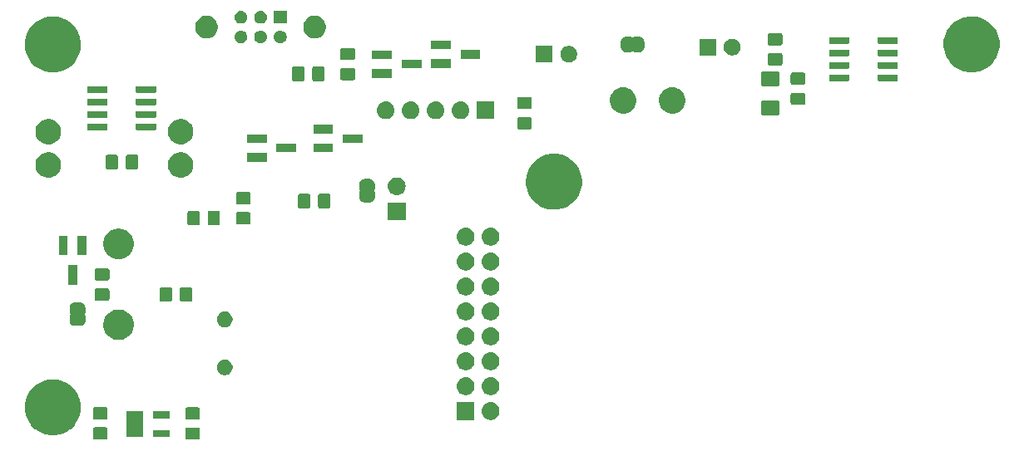
<source format=gbs>
G04 #@! TF.GenerationSoftware,KiCad,Pcbnew,(5.1.2)-1*
G04 #@! TF.CreationDate,2022-03-06T16:37:34-05:00*
G04 #@! TF.ProjectId,telemetry_transmitter,74656c65-6d65-4747-9279-5f7472616e73,rev?*
G04 #@! TF.SameCoordinates,Original*
G04 #@! TF.FileFunction,Soldermask,Bot*
G04 #@! TF.FilePolarity,Negative*
%FSLAX46Y46*%
G04 Gerber Fmt 4.6, Leading zero omitted, Abs format (unit mm)*
G04 Created by KiCad (PCBNEW (5.1.2)-1) date 2022-03-06 16:37:34*
%MOMM*%
%LPD*%
G04 APERTURE LIST*
%ADD10C,0.100000*%
G04 APERTURE END LIST*
D10*
G36*
X128803634Y-110055505D02*
G01*
X128841327Y-110066939D01*
X128876063Y-110085506D01*
X128906508Y-110110492D01*
X128931494Y-110140937D01*
X128950061Y-110175673D01*
X128961495Y-110213366D01*
X128965960Y-110258701D01*
X128965960Y-111095379D01*
X128961495Y-111140714D01*
X128950061Y-111178407D01*
X128931494Y-111213143D01*
X128906508Y-111243588D01*
X128876063Y-111268574D01*
X128841327Y-111287141D01*
X128803634Y-111298575D01*
X128758299Y-111303040D01*
X127671621Y-111303040D01*
X127626286Y-111298575D01*
X127588593Y-111287141D01*
X127553857Y-111268574D01*
X127523412Y-111243588D01*
X127498426Y-111213143D01*
X127479859Y-111178407D01*
X127468425Y-111140714D01*
X127463960Y-111095379D01*
X127463960Y-110258701D01*
X127468425Y-110213366D01*
X127479859Y-110175673D01*
X127498426Y-110140937D01*
X127523412Y-110110492D01*
X127553857Y-110085506D01*
X127588593Y-110066939D01*
X127626286Y-110055505D01*
X127671621Y-110051040D01*
X128758299Y-110051040D01*
X128803634Y-110055505D01*
X128803634Y-110055505D01*
G37*
G36*
X119398674Y-110038465D02*
G01*
X119436367Y-110049899D01*
X119471103Y-110068466D01*
X119501548Y-110093452D01*
X119526534Y-110123897D01*
X119545101Y-110158633D01*
X119556535Y-110196326D01*
X119561000Y-110241661D01*
X119561000Y-111078339D01*
X119556535Y-111123674D01*
X119545101Y-111161367D01*
X119526534Y-111196103D01*
X119501548Y-111226548D01*
X119471103Y-111251534D01*
X119436367Y-111270101D01*
X119398674Y-111281535D01*
X119353339Y-111286000D01*
X118266661Y-111286000D01*
X118221326Y-111281535D01*
X118183633Y-111270101D01*
X118148897Y-111251534D01*
X118118452Y-111226548D01*
X118093466Y-111196103D01*
X118074899Y-111161367D01*
X118063465Y-111123674D01*
X118059000Y-111078339D01*
X118059000Y-110241661D01*
X118063465Y-110196326D01*
X118074899Y-110158633D01*
X118093466Y-110123897D01*
X118118452Y-110093452D01*
X118148897Y-110068466D01*
X118183633Y-110049899D01*
X118221326Y-110038465D01*
X118266661Y-110034000D01*
X119353339Y-110034000D01*
X119398674Y-110038465D01*
X119398674Y-110038465D01*
G37*
G36*
X123154440Y-111045240D02*
G01*
X121492440Y-111045240D01*
X121492440Y-108393240D01*
X123154440Y-108393240D01*
X123154440Y-111045240D01*
X123154440Y-111045240D01*
G37*
G36*
X125854440Y-111045240D02*
G01*
X124192440Y-111045240D01*
X124192440Y-110293240D01*
X125854440Y-110293240D01*
X125854440Y-111045240D01*
X125854440Y-111045240D01*
G37*
G36*
X114545308Y-105201614D02*
G01*
X114831606Y-105258562D01*
X115350455Y-105473476D01*
X115817407Y-105785484D01*
X116214516Y-106182593D01*
X116526524Y-106649545D01*
X116741438Y-107168394D01*
X116851000Y-107719201D01*
X116851000Y-108280799D01*
X116741438Y-108831606D01*
X116526524Y-109350455D01*
X116276579Y-109724524D01*
X116214517Y-109817406D01*
X115817406Y-110214517D01*
X115751280Y-110258701D01*
X115350455Y-110526524D01*
X114831606Y-110741438D01*
X114556202Y-110796219D01*
X114280800Y-110851000D01*
X113719200Y-110851000D01*
X113443798Y-110796219D01*
X113168394Y-110741438D01*
X112649545Y-110526524D01*
X112248720Y-110258701D01*
X112182594Y-110214517D01*
X111785483Y-109817406D01*
X111723421Y-109724524D01*
X111473476Y-109350455D01*
X111258562Y-108831606D01*
X111149000Y-108280799D01*
X111149000Y-107719201D01*
X111258562Y-107168394D01*
X111473476Y-106649545D01*
X111785484Y-106182593D01*
X112182593Y-105785484D01*
X112649545Y-105473476D01*
X113168394Y-105258562D01*
X113454692Y-105201614D01*
X113719200Y-105149000D01*
X114280800Y-105149000D01*
X114545308Y-105201614D01*
X114545308Y-105201614D01*
G37*
G36*
X158650442Y-107487318D02*
G01*
X158716627Y-107493837D01*
X158886466Y-107545357D01*
X159042991Y-107629022D01*
X159078729Y-107658352D01*
X159180186Y-107741614D01*
X159263448Y-107843071D01*
X159292778Y-107878809D01*
X159376443Y-108035334D01*
X159427963Y-108205173D01*
X159445359Y-108381800D01*
X159427963Y-108558427D01*
X159376443Y-108728266D01*
X159292778Y-108884791D01*
X159263448Y-108920529D01*
X159180186Y-109021986D01*
X159103374Y-109085023D01*
X159042991Y-109134578D01*
X158886466Y-109218243D01*
X158716627Y-109269763D01*
X158650442Y-109276282D01*
X158584260Y-109282800D01*
X158495740Y-109282800D01*
X158429558Y-109276282D01*
X158363373Y-109269763D01*
X158193534Y-109218243D01*
X158037009Y-109134578D01*
X157976626Y-109085023D01*
X157899814Y-109021986D01*
X157816552Y-108920529D01*
X157787222Y-108884791D01*
X157703557Y-108728266D01*
X157652037Y-108558427D01*
X157634641Y-108381800D01*
X157652037Y-108205173D01*
X157703557Y-108035334D01*
X157787222Y-107878809D01*
X157816552Y-107843071D01*
X157899814Y-107741614D01*
X158001271Y-107658352D01*
X158037009Y-107629022D01*
X158193534Y-107545357D01*
X158363373Y-107493837D01*
X158429558Y-107487318D01*
X158495740Y-107480800D01*
X158584260Y-107480800D01*
X158650442Y-107487318D01*
X158650442Y-107487318D01*
G37*
G36*
X156901000Y-109282800D02*
G01*
X155099000Y-109282800D01*
X155099000Y-107480800D01*
X156901000Y-107480800D01*
X156901000Y-109282800D01*
X156901000Y-109282800D01*
G37*
G36*
X128803634Y-108005505D02*
G01*
X128841327Y-108016939D01*
X128876063Y-108035506D01*
X128906508Y-108060492D01*
X128931494Y-108090937D01*
X128950061Y-108125673D01*
X128961495Y-108163366D01*
X128965960Y-108208701D01*
X128965960Y-109045379D01*
X128961495Y-109090714D01*
X128950061Y-109128407D01*
X128931494Y-109163143D01*
X128906508Y-109193588D01*
X128876063Y-109218574D01*
X128841327Y-109237141D01*
X128803634Y-109248575D01*
X128758299Y-109253040D01*
X127671621Y-109253040D01*
X127626286Y-109248575D01*
X127588593Y-109237141D01*
X127553857Y-109218574D01*
X127523412Y-109193588D01*
X127498426Y-109163143D01*
X127479859Y-109128407D01*
X127468425Y-109090714D01*
X127463960Y-109045379D01*
X127463960Y-108208701D01*
X127468425Y-108163366D01*
X127479859Y-108125673D01*
X127498426Y-108090937D01*
X127523412Y-108060492D01*
X127553857Y-108035506D01*
X127588593Y-108016939D01*
X127626286Y-108005505D01*
X127671621Y-108001040D01*
X128758299Y-108001040D01*
X128803634Y-108005505D01*
X128803634Y-108005505D01*
G37*
G36*
X119398674Y-107988465D02*
G01*
X119436367Y-107999899D01*
X119471103Y-108018466D01*
X119501548Y-108043452D01*
X119526534Y-108073897D01*
X119545101Y-108108633D01*
X119556535Y-108146326D01*
X119561000Y-108191661D01*
X119561000Y-109028339D01*
X119556535Y-109073674D01*
X119545101Y-109111367D01*
X119526534Y-109146103D01*
X119501548Y-109176548D01*
X119471103Y-109201534D01*
X119436367Y-109220101D01*
X119398674Y-109231535D01*
X119353339Y-109236000D01*
X118266661Y-109236000D01*
X118221326Y-109231535D01*
X118183633Y-109220101D01*
X118148897Y-109201534D01*
X118118452Y-109176548D01*
X118093466Y-109146103D01*
X118074899Y-109111367D01*
X118063465Y-109073674D01*
X118059000Y-109028339D01*
X118059000Y-108191661D01*
X118063465Y-108146326D01*
X118074899Y-108108633D01*
X118093466Y-108073897D01*
X118118452Y-108043452D01*
X118148897Y-108018466D01*
X118183633Y-107999899D01*
X118221326Y-107988465D01*
X118266661Y-107984000D01*
X119353339Y-107984000D01*
X119398674Y-107988465D01*
X119398674Y-107988465D01*
G37*
G36*
X125854440Y-109145240D02*
G01*
X124192440Y-109145240D01*
X124192440Y-108393240D01*
X125854440Y-108393240D01*
X125854440Y-109145240D01*
X125854440Y-109145240D01*
G37*
G36*
X158650442Y-104947318D02*
G01*
X158716627Y-104953837D01*
X158886466Y-105005357D01*
X159042991Y-105089022D01*
X159078729Y-105118352D01*
X159180186Y-105201614D01*
X159226921Y-105258562D01*
X159292778Y-105338809D01*
X159376443Y-105495334D01*
X159427963Y-105665173D01*
X159445359Y-105841800D01*
X159427963Y-106018427D01*
X159376443Y-106188266D01*
X159292778Y-106344791D01*
X159263448Y-106380529D01*
X159180186Y-106481986D01*
X159078729Y-106565248D01*
X159042991Y-106594578D01*
X158886466Y-106678243D01*
X158716627Y-106729763D01*
X158650442Y-106736282D01*
X158584260Y-106742800D01*
X158495740Y-106742800D01*
X158429558Y-106736282D01*
X158363373Y-106729763D01*
X158193534Y-106678243D01*
X158037009Y-106594578D01*
X158001271Y-106565248D01*
X157899814Y-106481986D01*
X157816552Y-106380529D01*
X157787222Y-106344791D01*
X157703557Y-106188266D01*
X157652037Y-106018427D01*
X157634641Y-105841800D01*
X157652037Y-105665173D01*
X157703557Y-105495334D01*
X157787222Y-105338809D01*
X157853079Y-105258562D01*
X157899814Y-105201614D01*
X158001271Y-105118352D01*
X158037009Y-105089022D01*
X158193534Y-105005357D01*
X158363373Y-104953837D01*
X158429558Y-104947318D01*
X158495740Y-104940800D01*
X158584260Y-104940800D01*
X158650442Y-104947318D01*
X158650442Y-104947318D01*
G37*
G36*
X156110442Y-104947318D02*
G01*
X156176627Y-104953837D01*
X156346466Y-105005357D01*
X156502991Y-105089022D01*
X156538729Y-105118352D01*
X156640186Y-105201614D01*
X156686921Y-105258562D01*
X156752778Y-105338809D01*
X156836443Y-105495334D01*
X156887963Y-105665173D01*
X156905359Y-105841800D01*
X156887963Y-106018427D01*
X156836443Y-106188266D01*
X156752778Y-106344791D01*
X156723448Y-106380529D01*
X156640186Y-106481986D01*
X156538729Y-106565248D01*
X156502991Y-106594578D01*
X156346466Y-106678243D01*
X156176627Y-106729763D01*
X156110442Y-106736282D01*
X156044260Y-106742800D01*
X155955740Y-106742800D01*
X155889558Y-106736282D01*
X155823373Y-106729763D01*
X155653534Y-106678243D01*
X155497009Y-106594578D01*
X155461271Y-106565248D01*
X155359814Y-106481986D01*
X155276552Y-106380529D01*
X155247222Y-106344791D01*
X155163557Y-106188266D01*
X155112037Y-106018427D01*
X155094641Y-105841800D01*
X155112037Y-105665173D01*
X155163557Y-105495334D01*
X155247222Y-105338809D01*
X155313079Y-105258562D01*
X155359814Y-105201614D01*
X155461271Y-105118352D01*
X155497009Y-105089022D01*
X155653534Y-105005357D01*
X155823373Y-104953837D01*
X155889558Y-104947318D01*
X155955740Y-104940800D01*
X156044260Y-104940800D01*
X156110442Y-104947318D01*
X156110442Y-104947318D01*
G37*
G36*
X131714202Y-103144381D02*
G01*
X131859974Y-103204762D01*
X131859976Y-103204763D01*
X131991168Y-103292422D01*
X132102738Y-103403992D01*
X132152472Y-103478425D01*
X132190398Y-103535186D01*
X132250779Y-103680958D01*
X132281560Y-103835707D01*
X132281560Y-103993493D01*
X132250779Y-104148242D01*
X132233580Y-104189763D01*
X132190397Y-104294016D01*
X132102738Y-104425208D01*
X131991168Y-104536778D01*
X131859976Y-104624437D01*
X131859975Y-104624438D01*
X131859974Y-104624438D01*
X131714202Y-104684819D01*
X131559453Y-104715600D01*
X131401667Y-104715600D01*
X131246918Y-104684819D01*
X131101146Y-104624438D01*
X131101145Y-104624438D01*
X131101144Y-104624437D01*
X130969952Y-104536778D01*
X130858382Y-104425208D01*
X130770723Y-104294016D01*
X130727540Y-104189763D01*
X130710341Y-104148242D01*
X130679560Y-103993493D01*
X130679560Y-103835707D01*
X130710341Y-103680958D01*
X130770722Y-103535186D01*
X130808648Y-103478425D01*
X130858382Y-103403992D01*
X130969952Y-103292422D01*
X131101144Y-103204763D01*
X131101146Y-103204762D01*
X131246918Y-103144381D01*
X131401667Y-103113600D01*
X131559453Y-103113600D01*
X131714202Y-103144381D01*
X131714202Y-103144381D01*
G37*
G36*
X156110442Y-102407318D02*
G01*
X156176627Y-102413837D01*
X156346466Y-102465357D01*
X156502991Y-102549022D01*
X156538729Y-102578352D01*
X156640186Y-102661614D01*
X156723448Y-102763071D01*
X156752778Y-102798809D01*
X156836443Y-102955334D01*
X156887963Y-103125173D01*
X156905359Y-103301800D01*
X156887963Y-103478427D01*
X156836443Y-103648266D01*
X156752778Y-103804791D01*
X156727406Y-103835707D01*
X156640186Y-103941986D01*
X156538729Y-104025248D01*
X156502991Y-104054578D01*
X156346466Y-104138243D01*
X156176627Y-104189763D01*
X156110443Y-104196281D01*
X156044260Y-104202800D01*
X155955740Y-104202800D01*
X155889558Y-104196282D01*
X155823373Y-104189763D01*
X155653534Y-104138243D01*
X155497009Y-104054578D01*
X155461271Y-104025248D01*
X155359814Y-103941986D01*
X155272594Y-103835707D01*
X155247222Y-103804791D01*
X155163557Y-103648266D01*
X155112037Y-103478427D01*
X155094641Y-103301800D01*
X155112037Y-103125173D01*
X155163557Y-102955334D01*
X155247222Y-102798809D01*
X155276552Y-102763071D01*
X155359814Y-102661614D01*
X155461271Y-102578352D01*
X155497009Y-102549022D01*
X155653534Y-102465357D01*
X155823373Y-102413837D01*
X155889558Y-102407318D01*
X155955740Y-102400800D01*
X156044260Y-102400800D01*
X156110442Y-102407318D01*
X156110442Y-102407318D01*
G37*
G36*
X158650442Y-102407318D02*
G01*
X158716627Y-102413837D01*
X158886466Y-102465357D01*
X159042991Y-102549022D01*
X159078729Y-102578352D01*
X159180186Y-102661614D01*
X159263448Y-102763071D01*
X159292778Y-102798809D01*
X159376443Y-102955334D01*
X159427963Y-103125173D01*
X159445359Y-103301800D01*
X159427963Y-103478427D01*
X159376443Y-103648266D01*
X159292778Y-103804791D01*
X159267406Y-103835707D01*
X159180186Y-103941986D01*
X159078729Y-104025248D01*
X159042991Y-104054578D01*
X158886466Y-104138243D01*
X158716627Y-104189763D01*
X158650443Y-104196281D01*
X158584260Y-104202800D01*
X158495740Y-104202800D01*
X158429558Y-104196282D01*
X158363373Y-104189763D01*
X158193534Y-104138243D01*
X158037009Y-104054578D01*
X158001271Y-104025248D01*
X157899814Y-103941986D01*
X157812594Y-103835707D01*
X157787222Y-103804791D01*
X157703557Y-103648266D01*
X157652037Y-103478427D01*
X157634641Y-103301800D01*
X157652037Y-103125173D01*
X157703557Y-102955334D01*
X157787222Y-102798809D01*
X157816552Y-102763071D01*
X157899814Y-102661614D01*
X158001271Y-102578352D01*
X158037009Y-102549022D01*
X158193534Y-102465357D01*
X158363373Y-102413837D01*
X158429558Y-102407318D01*
X158495740Y-102400800D01*
X158584260Y-102400800D01*
X158650442Y-102407318D01*
X158650442Y-102407318D01*
G37*
G36*
X156110442Y-99867318D02*
G01*
X156176627Y-99873837D01*
X156346466Y-99925357D01*
X156502991Y-100009022D01*
X156529246Y-100030569D01*
X156640186Y-100121614D01*
X156723448Y-100223071D01*
X156752778Y-100258809D01*
X156836443Y-100415334D01*
X156887963Y-100585173D01*
X156905359Y-100761800D01*
X156887963Y-100938427D01*
X156836443Y-101108266D01*
X156752778Y-101264791D01*
X156723448Y-101300529D01*
X156640186Y-101401986D01*
X156538729Y-101485248D01*
X156502991Y-101514578D01*
X156346466Y-101598243D01*
X156176627Y-101649763D01*
X156110442Y-101656282D01*
X156044260Y-101662800D01*
X155955740Y-101662800D01*
X155889558Y-101656282D01*
X155823373Y-101649763D01*
X155653534Y-101598243D01*
X155497009Y-101514578D01*
X155461271Y-101485248D01*
X155359814Y-101401986D01*
X155276552Y-101300529D01*
X155247222Y-101264791D01*
X155163557Y-101108266D01*
X155112037Y-100938427D01*
X155094641Y-100761800D01*
X155112037Y-100585173D01*
X155163557Y-100415334D01*
X155247222Y-100258809D01*
X155276552Y-100223071D01*
X155359814Y-100121614D01*
X155470754Y-100030569D01*
X155497009Y-100009022D01*
X155653534Y-99925357D01*
X155823373Y-99873837D01*
X155889558Y-99867318D01*
X155955740Y-99860800D01*
X156044260Y-99860800D01*
X156110442Y-99867318D01*
X156110442Y-99867318D01*
G37*
G36*
X158650442Y-99867318D02*
G01*
X158716627Y-99873837D01*
X158886466Y-99925357D01*
X159042991Y-100009022D01*
X159069246Y-100030569D01*
X159180186Y-100121614D01*
X159263448Y-100223071D01*
X159292778Y-100258809D01*
X159376443Y-100415334D01*
X159427963Y-100585173D01*
X159445359Y-100761800D01*
X159427963Y-100938427D01*
X159376443Y-101108266D01*
X159292778Y-101264791D01*
X159263448Y-101300529D01*
X159180186Y-101401986D01*
X159078729Y-101485248D01*
X159042991Y-101514578D01*
X158886466Y-101598243D01*
X158716627Y-101649763D01*
X158650442Y-101656282D01*
X158584260Y-101662800D01*
X158495740Y-101662800D01*
X158429558Y-101656282D01*
X158363373Y-101649763D01*
X158193534Y-101598243D01*
X158037009Y-101514578D01*
X158001271Y-101485248D01*
X157899814Y-101401986D01*
X157816552Y-101300529D01*
X157787222Y-101264791D01*
X157703557Y-101108266D01*
X157652037Y-100938427D01*
X157634641Y-100761800D01*
X157652037Y-100585173D01*
X157703557Y-100415334D01*
X157787222Y-100258809D01*
X157816552Y-100223071D01*
X157899814Y-100121614D01*
X158010754Y-100030569D01*
X158037009Y-100009022D01*
X158193534Y-99925357D01*
X158363373Y-99873837D01*
X158429558Y-99867318D01*
X158495740Y-99860800D01*
X158584260Y-99860800D01*
X158650442Y-99867318D01*
X158650442Y-99867318D01*
G37*
G36*
X120928878Y-98045173D02*
G01*
X121137970Y-98086764D01*
X121420234Y-98203681D01*
X121674265Y-98373419D01*
X121890301Y-98589455D01*
X122060039Y-98843486D01*
X122176956Y-99125750D01*
X122205299Y-99268242D01*
X122231480Y-99399858D01*
X122236560Y-99425400D01*
X122236560Y-99730920D01*
X122176956Y-100030570D01*
X122060039Y-100312834D01*
X121890301Y-100566865D01*
X121674265Y-100782901D01*
X121420234Y-100952639D01*
X121137970Y-101069556D01*
X120988145Y-101099358D01*
X120838321Y-101129160D01*
X120532799Y-101129160D01*
X120382975Y-101099358D01*
X120233150Y-101069556D01*
X119950886Y-100952639D01*
X119696855Y-100782901D01*
X119480819Y-100566865D01*
X119311081Y-100312834D01*
X119194164Y-100030570D01*
X119134560Y-99730920D01*
X119134560Y-99425400D01*
X119139641Y-99399858D01*
X119165821Y-99268242D01*
X119194164Y-99125750D01*
X119311081Y-98843486D01*
X119480819Y-98589455D01*
X119696855Y-98373419D01*
X119950886Y-98203681D01*
X120233150Y-98086764D01*
X120442242Y-98045173D01*
X120532799Y-98027160D01*
X120838321Y-98027160D01*
X120928878Y-98045173D01*
X120928878Y-98045173D01*
G37*
G36*
X131714202Y-98264381D02*
G01*
X131859974Y-98324762D01*
X131859976Y-98324763D01*
X131991168Y-98412422D01*
X132102738Y-98523992D01*
X132186933Y-98650000D01*
X132190398Y-98655186D01*
X132250779Y-98800958D01*
X132281560Y-98955707D01*
X132281560Y-99113493D01*
X132250779Y-99268242D01*
X132194004Y-99405309D01*
X132190397Y-99414016D01*
X132102738Y-99545208D01*
X131991168Y-99656778D01*
X131859976Y-99744437D01*
X131859975Y-99744438D01*
X131859974Y-99744438D01*
X131714202Y-99804819D01*
X131559453Y-99835600D01*
X131401667Y-99835600D01*
X131246918Y-99804819D01*
X131101146Y-99744438D01*
X131101145Y-99744438D01*
X131101144Y-99744437D01*
X130969952Y-99656778D01*
X130858382Y-99545208D01*
X130770723Y-99414016D01*
X130767116Y-99405309D01*
X130710341Y-99268242D01*
X130679560Y-99113493D01*
X130679560Y-98955707D01*
X130710341Y-98800958D01*
X130770722Y-98655186D01*
X130774187Y-98650000D01*
X130858382Y-98523992D01*
X130969952Y-98412422D01*
X131101144Y-98324763D01*
X131101146Y-98324762D01*
X131246918Y-98264381D01*
X131401667Y-98233600D01*
X131559453Y-98233600D01*
X131714202Y-98264381D01*
X131714202Y-98264381D01*
G37*
G36*
X116762199Y-97299954D02*
G01*
X116774450Y-97300556D01*
X116792869Y-97300556D01*
X116815149Y-97302750D01*
X116899233Y-97319476D01*
X116920660Y-97325976D01*
X116999858Y-97358780D01*
X117005303Y-97361691D01*
X117005309Y-97361693D01*
X117014169Y-97366429D01*
X117014173Y-97366432D01*
X117019614Y-97369340D01*
X117090899Y-97416971D01*
X117108204Y-97431172D01*
X117168828Y-97491796D01*
X117183029Y-97509101D01*
X117230660Y-97580386D01*
X117233568Y-97585827D01*
X117233571Y-97585831D01*
X117238307Y-97594691D01*
X117238309Y-97594697D01*
X117241220Y-97600142D01*
X117274024Y-97679340D01*
X117280524Y-97700767D01*
X117297250Y-97784851D01*
X117299444Y-97807131D01*
X117299444Y-97825550D01*
X117300046Y-97837801D01*
X117301852Y-97856139D01*
X117301852Y-98343860D01*
X117300263Y-98359999D01*
X117297348Y-98369608D01*
X117292610Y-98378472D01*
X117286237Y-98386237D01*
X117273794Y-98396448D01*
X117263425Y-98403378D01*
X117246098Y-98420705D01*
X117232485Y-98441080D01*
X117223109Y-98463720D01*
X117218329Y-98487753D01*
X117218330Y-98512257D01*
X117223112Y-98536290D01*
X117232490Y-98558929D01*
X117246105Y-98579302D01*
X117263432Y-98596629D01*
X117273802Y-98603558D01*
X117286237Y-98613763D01*
X117292610Y-98621528D01*
X117297348Y-98630392D01*
X117300263Y-98640001D01*
X117301852Y-98656140D01*
X117301852Y-99143862D01*
X117300046Y-99162199D01*
X117299444Y-99174450D01*
X117299444Y-99192869D01*
X117297250Y-99215149D01*
X117280524Y-99299233D01*
X117274024Y-99320660D01*
X117241220Y-99399858D01*
X117238309Y-99405303D01*
X117238307Y-99405309D01*
X117233571Y-99414169D01*
X117233568Y-99414173D01*
X117230660Y-99419614D01*
X117183029Y-99490899D01*
X117168828Y-99508204D01*
X117108204Y-99568828D01*
X117090899Y-99583029D01*
X117019614Y-99630660D01*
X117014173Y-99633568D01*
X117014169Y-99633571D01*
X117005309Y-99638307D01*
X117005303Y-99638309D01*
X116999858Y-99641220D01*
X116920660Y-99674024D01*
X116899233Y-99680524D01*
X116815149Y-99697250D01*
X116792869Y-99699444D01*
X116774450Y-99699444D01*
X116762199Y-99700046D01*
X116743862Y-99701852D01*
X116256138Y-99701852D01*
X116237801Y-99700046D01*
X116225550Y-99699444D01*
X116207131Y-99699444D01*
X116184851Y-99697250D01*
X116100767Y-99680524D01*
X116079340Y-99674024D01*
X116000142Y-99641220D01*
X115994697Y-99638309D01*
X115994691Y-99638307D01*
X115985831Y-99633571D01*
X115985827Y-99633568D01*
X115980386Y-99630660D01*
X115909101Y-99583029D01*
X115891796Y-99568828D01*
X115831172Y-99508204D01*
X115816971Y-99490899D01*
X115769340Y-99419614D01*
X115766432Y-99414173D01*
X115766429Y-99414169D01*
X115761693Y-99405309D01*
X115761691Y-99405303D01*
X115758780Y-99399858D01*
X115725976Y-99320660D01*
X115719476Y-99299233D01*
X115702750Y-99215149D01*
X115700556Y-99192869D01*
X115700556Y-99174450D01*
X115699954Y-99162199D01*
X115698148Y-99143862D01*
X115698148Y-98656140D01*
X115699737Y-98640001D01*
X115702652Y-98630392D01*
X115707390Y-98621528D01*
X115713763Y-98613763D01*
X115726206Y-98603552D01*
X115736575Y-98596622D01*
X115753902Y-98579295D01*
X115767515Y-98558920D01*
X115776891Y-98536280D01*
X115781671Y-98512247D01*
X115781670Y-98487743D01*
X115776888Y-98463710D01*
X115767510Y-98441071D01*
X115753895Y-98420698D01*
X115736568Y-98403371D01*
X115726198Y-98396442D01*
X115713763Y-98386237D01*
X115707390Y-98378472D01*
X115702652Y-98369608D01*
X115699737Y-98359999D01*
X115698148Y-98343860D01*
X115698148Y-97856139D01*
X115699954Y-97837801D01*
X115700556Y-97825550D01*
X115700556Y-97807131D01*
X115702750Y-97784851D01*
X115719476Y-97700767D01*
X115725976Y-97679340D01*
X115758780Y-97600142D01*
X115761691Y-97594697D01*
X115761693Y-97594691D01*
X115766429Y-97585831D01*
X115766432Y-97585827D01*
X115769340Y-97580386D01*
X115816971Y-97509101D01*
X115831172Y-97491796D01*
X115891796Y-97431172D01*
X115909101Y-97416971D01*
X115980386Y-97369340D01*
X115985827Y-97366432D01*
X115985831Y-97366429D01*
X115994691Y-97361693D01*
X115994697Y-97361691D01*
X116000142Y-97358780D01*
X116079340Y-97325976D01*
X116100767Y-97319476D01*
X116184851Y-97302750D01*
X116207131Y-97300556D01*
X116225550Y-97300556D01*
X116237801Y-97299954D01*
X116256139Y-97298148D01*
X116743861Y-97298148D01*
X116762199Y-97299954D01*
X116762199Y-97299954D01*
G37*
G36*
X156096812Y-97325976D02*
G01*
X156176627Y-97333837D01*
X156346466Y-97385357D01*
X156502991Y-97469022D01*
X156530741Y-97491796D01*
X156640186Y-97581614D01*
X156720386Y-97679340D01*
X156752778Y-97718809D01*
X156836443Y-97875334D01*
X156887963Y-98045173D01*
X156905359Y-98221800D01*
X156887963Y-98398427D01*
X156836443Y-98568266D01*
X156752778Y-98724791D01*
X156723448Y-98760529D01*
X156640186Y-98861986D01*
X156538729Y-98945248D01*
X156502991Y-98974578D01*
X156346466Y-99058243D01*
X156176627Y-99109763D01*
X156110443Y-99116281D01*
X156044260Y-99122800D01*
X155955740Y-99122800D01*
X155889558Y-99116282D01*
X155823373Y-99109763D01*
X155653534Y-99058243D01*
X155497009Y-98974578D01*
X155461271Y-98945248D01*
X155359814Y-98861986D01*
X155276552Y-98760529D01*
X155247222Y-98724791D01*
X155163557Y-98568266D01*
X155112037Y-98398427D01*
X155094641Y-98221800D01*
X155112037Y-98045173D01*
X155163557Y-97875334D01*
X155247222Y-97718809D01*
X155279614Y-97679340D01*
X155359814Y-97581614D01*
X155469259Y-97491796D01*
X155497009Y-97469022D01*
X155653534Y-97385357D01*
X155823373Y-97333837D01*
X155903188Y-97325976D01*
X155955740Y-97320800D01*
X156044260Y-97320800D01*
X156096812Y-97325976D01*
X156096812Y-97325976D01*
G37*
G36*
X158636812Y-97325976D02*
G01*
X158716627Y-97333837D01*
X158886466Y-97385357D01*
X159042991Y-97469022D01*
X159070741Y-97491796D01*
X159180186Y-97581614D01*
X159260386Y-97679340D01*
X159292778Y-97718809D01*
X159376443Y-97875334D01*
X159427963Y-98045173D01*
X159445359Y-98221800D01*
X159427963Y-98398427D01*
X159376443Y-98568266D01*
X159292778Y-98724791D01*
X159263448Y-98760529D01*
X159180186Y-98861986D01*
X159078729Y-98945248D01*
X159042991Y-98974578D01*
X158886466Y-99058243D01*
X158716627Y-99109763D01*
X158650443Y-99116281D01*
X158584260Y-99122800D01*
X158495740Y-99122800D01*
X158429558Y-99116282D01*
X158363373Y-99109763D01*
X158193534Y-99058243D01*
X158037009Y-98974578D01*
X158001271Y-98945248D01*
X157899814Y-98861986D01*
X157816552Y-98760529D01*
X157787222Y-98724791D01*
X157703557Y-98568266D01*
X157652037Y-98398427D01*
X157634641Y-98221800D01*
X157652037Y-98045173D01*
X157703557Y-97875334D01*
X157787222Y-97718809D01*
X157819614Y-97679340D01*
X157899814Y-97581614D01*
X158009259Y-97491796D01*
X158037009Y-97469022D01*
X158193534Y-97385357D01*
X158363373Y-97333837D01*
X158443188Y-97325976D01*
X158495740Y-97320800D01*
X158584260Y-97320800D01*
X158636812Y-97325976D01*
X158636812Y-97325976D01*
G37*
G36*
X128013674Y-95753465D02*
G01*
X128051367Y-95764899D01*
X128086103Y-95783466D01*
X128116548Y-95808452D01*
X128141534Y-95838897D01*
X128160101Y-95873633D01*
X128171535Y-95911326D01*
X128176000Y-95956661D01*
X128176000Y-97043339D01*
X128171535Y-97088674D01*
X128160101Y-97126367D01*
X128141534Y-97161103D01*
X128116548Y-97191548D01*
X128086103Y-97216534D01*
X128051367Y-97235101D01*
X128013674Y-97246535D01*
X127968339Y-97251000D01*
X127131661Y-97251000D01*
X127086326Y-97246535D01*
X127048633Y-97235101D01*
X127013897Y-97216534D01*
X126983452Y-97191548D01*
X126958466Y-97161103D01*
X126939899Y-97126367D01*
X126928465Y-97088674D01*
X126924000Y-97043339D01*
X126924000Y-95956661D01*
X126928465Y-95911326D01*
X126939899Y-95873633D01*
X126958466Y-95838897D01*
X126983452Y-95808452D01*
X127013897Y-95783466D01*
X127048633Y-95764899D01*
X127086326Y-95753465D01*
X127131661Y-95749000D01*
X127968339Y-95749000D01*
X128013674Y-95753465D01*
X128013674Y-95753465D01*
G37*
G36*
X125963674Y-95753465D02*
G01*
X126001367Y-95764899D01*
X126036103Y-95783466D01*
X126066548Y-95808452D01*
X126091534Y-95838897D01*
X126110101Y-95873633D01*
X126121535Y-95911326D01*
X126126000Y-95956661D01*
X126126000Y-97043339D01*
X126121535Y-97088674D01*
X126110101Y-97126367D01*
X126091534Y-97161103D01*
X126066548Y-97191548D01*
X126036103Y-97216534D01*
X126001367Y-97235101D01*
X125963674Y-97246535D01*
X125918339Y-97251000D01*
X125081661Y-97251000D01*
X125036326Y-97246535D01*
X124998633Y-97235101D01*
X124963897Y-97216534D01*
X124933452Y-97191548D01*
X124908466Y-97161103D01*
X124889899Y-97126367D01*
X124878465Y-97088674D01*
X124874000Y-97043339D01*
X124874000Y-95956661D01*
X124878465Y-95911326D01*
X124889899Y-95873633D01*
X124908466Y-95838897D01*
X124933452Y-95808452D01*
X124963897Y-95783466D01*
X124998633Y-95764899D01*
X125036326Y-95753465D01*
X125081661Y-95749000D01*
X125918339Y-95749000D01*
X125963674Y-95753465D01*
X125963674Y-95753465D01*
G37*
G36*
X119588674Y-95878465D02*
G01*
X119626367Y-95889899D01*
X119661103Y-95908466D01*
X119691548Y-95933452D01*
X119716534Y-95963897D01*
X119735101Y-95998633D01*
X119746535Y-96036326D01*
X119751000Y-96081661D01*
X119751000Y-96918339D01*
X119746535Y-96963674D01*
X119735101Y-97001367D01*
X119716534Y-97036103D01*
X119691548Y-97066548D01*
X119661103Y-97091534D01*
X119626367Y-97110101D01*
X119588674Y-97121535D01*
X119543339Y-97126000D01*
X118456661Y-97126000D01*
X118411326Y-97121535D01*
X118373633Y-97110101D01*
X118338897Y-97091534D01*
X118308452Y-97066548D01*
X118283466Y-97036103D01*
X118264899Y-97001367D01*
X118253465Y-96963674D01*
X118249000Y-96918339D01*
X118249000Y-96081661D01*
X118253465Y-96036326D01*
X118264899Y-95998633D01*
X118283466Y-95963897D01*
X118308452Y-95933452D01*
X118338897Y-95908466D01*
X118373633Y-95889899D01*
X118411326Y-95878465D01*
X118456661Y-95874000D01*
X119543339Y-95874000D01*
X119588674Y-95878465D01*
X119588674Y-95878465D01*
G37*
G36*
X156110442Y-94787318D02*
G01*
X156176627Y-94793837D01*
X156346466Y-94845357D01*
X156502991Y-94929022D01*
X156530218Y-94951367D01*
X156640186Y-95041614D01*
X156723448Y-95143071D01*
X156752778Y-95178809D01*
X156836443Y-95335334D01*
X156887963Y-95505173D01*
X156905359Y-95681800D01*
X156887963Y-95858427D01*
X156836443Y-96028266D01*
X156752778Y-96184791D01*
X156723448Y-96220529D01*
X156640186Y-96321986D01*
X156538729Y-96405248D01*
X156502991Y-96434578D01*
X156346466Y-96518243D01*
X156176627Y-96569763D01*
X156110442Y-96576282D01*
X156044260Y-96582800D01*
X155955740Y-96582800D01*
X155889557Y-96576281D01*
X155823373Y-96569763D01*
X155653534Y-96518243D01*
X155497009Y-96434578D01*
X155461271Y-96405248D01*
X155359814Y-96321986D01*
X155276552Y-96220529D01*
X155247222Y-96184791D01*
X155163557Y-96028266D01*
X155112037Y-95858427D01*
X155094641Y-95681800D01*
X155112037Y-95505173D01*
X155163557Y-95335334D01*
X155247222Y-95178809D01*
X155276552Y-95143071D01*
X155359814Y-95041614D01*
X155469782Y-94951367D01*
X155497009Y-94929022D01*
X155653534Y-94845357D01*
X155823373Y-94793837D01*
X155889557Y-94787319D01*
X155955740Y-94780800D01*
X156044260Y-94780800D01*
X156110442Y-94787318D01*
X156110442Y-94787318D01*
G37*
G36*
X158650442Y-94787318D02*
G01*
X158716627Y-94793837D01*
X158886466Y-94845357D01*
X159042991Y-94929022D01*
X159070218Y-94951367D01*
X159180186Y-95041614D01*
X159263448Y-95143071D01*
X159292778Y-95178809D01*
X159376443Y-95335334D01*
X159427963Y-95505173D01*
X159445359Y-95681800D01*
X159427963Y-95858427D01*
X159376443Y-96028266D01*
X159292778Y-96184791D01*
X159263448Y-96220529D01*
X159180186Y-96321986D01*
X159078729Y-96405248D01*
X159042991Y-96434578D01*
X158886466Y-96518243D01*
X158716627Y-96569763D01*
X158650442Y-96576282D01*
X158584260Y-96582800D01*
X158495740Y-96582800D01*
X158429557Y-96576281D01*
X158363373Y-96569763D01*
X158193534Y-96518243D01*
X158037009Y-96434578D01*
X158001271Y-96405248D01*
X157899814Y-96321986D01*
X157816552Y-96220529D01*
X157787222Y-96184791D01*
X157703557Y-96028266D01*
X157652037Y-95858427D01*
X157634641Y-95681800D01*
X157652037Y-95505173D01*
X157703557Y-95335334D01*
X157787222Y-95178809D01*
X157816552Y-95143071D01*
X157899814Y-95041614D01*
X158009782Y-94951367D01*
X158037009Y-94929022D01*
X158193534Y-94845357D01*
X158363373Y-94793837D01*
X158429557Y-94787319D01*
X158495740Y-94780800D01*
X158584260Y-94780800D01*
X158650442Y-94787318D01*
X158650442Y-94787318D01*
G37*
G36*
X116451000Y-95501000D02*
G01*
X115549000Y-95501000D01*
X115549000Y-93499000D01*
X116451000Y-93499000D01*
X116451000Y-95501000D01*
X116451000Y-95501000D01*
G37*
G36*
X119588674Y-93828465D02*
G01*
X119626367Y-93839899D01*
X119661103Y-93858466D01*
X119691548Y-93883452D01*
X119716534Y-93913897D01*
X119735101Y-93948633D01*
X119746535Y-93986326D01*
X119751000Y-94031661D01*
X119751000Y-94868339D01*
X119746535Y-94913674D01*
X119735101Y-94951367D01*
X119716534Y-94986103D01*
X119691548Y-95016548D01*
X119661103Y-95041534D01*
X119626367Y-95060101D01*
X119588674Y-95071535D01*
X119543339Y-95076000D01*
X118456661Y-95076000D01*
X118411326Y-95071535D01*
X118373633Y-95060101D01*
X118338897Y-95041534D01*
X118308452Y-95016548D01*
X118283466Y-94986103D01*
X118264899Y-94951367D01*
X118253465Y-94913674D01*
X118249000Y-94868339D01*
X118249000Y-94031661D01*
X118253465Y-93986326D01*
X118264899Y-93948633D01*
X118283466Y-93913897D01*
X118308452Y-93883452D01*
X118338897Y-93858466D01*
X118373633Y-93839899D01*
X118411326Y-93828465D01*
X118456661Y-93824000D01*
X119543339Y-93824000D01*
X119588674Y-93828465D01*
X119588674Y-93828465D01*
G37*
G36*
X156110443Y-92247319D02*
G01*
X156176627Y-92253837D01*
X156346466Y-92305357D01*
X156502991Y-92389022D01*
X156538729Y-92418352D01*
X156640186Y-92501614D01*
X156723448Y-92603071D01*
X156752778Y-92638809D01*
X156836443Y-92795334D01*
X156887963Y-92965173D01*
X156905359Y-93141800D01*
X156887963Y-93318427D01*
X156836443Y-93488266D01*
X156752778Y-93644791D01*
X156723448Y-93680529D01*
X156640186Y-93781986D01*
X156546993Y-93858466D01*
X156502991Y-93894578D01*
X156346466Y-93978243D01*
X156176627Y-94029763D01*
X156110442Y-94036282D01*
X156044260Y-94042800D01*
X155955740Y-94042800D01*
X155889558Y-94036282D01*
X155823373Y-94029763D01*
X155653534Y-93978243D01*
X155497009Y-93894578D01*
X155453007Y-93858466D01*
X155359814Y-93781986D01*
X155276552Y-93680529D01*
X155247222Y-93644791D01*
X155163557Y-93488266D01*
X155112037Y-93318427D01*
X155094641Y-93141800D01*
X155112037Y-92965173D01*
X155163557Y-92795334D01*
X155247222Y-92638809D01*
X155276552Y-92603071D01*
X155359814Y-92501614D01*
X155461271Y-92418352D01*
X155497009Y-92389022D01*
X155653534Y-92305357D01*
X155823373Y-92253837D01*
X155889557Y-92247319D01*
X155955740Y-92240800D01*
X156044260Y-92240800D01*
X156110443Y-92247319D01*
X156110443Y-92247319D01*
G37*
G36*
X158650443Y-92247319D02*
G01*
X158716627Y-92253837D01*
X158886466Y-92305357D01*
X159042991Y-92389022D01*
X159078729Y-92418352D01*
X159180186Y-92501614D01*
X159263448Y-92603071D01*
X159292778Y-92638809D01*
X159376443Y-92795334D01*
X159427963Y-92965173D01*
X159445359Y-93141800D01*
X159427963Y-93318427D01*
X159376443Y-93488266D01*
X159292778Y-93644791D01*
X159263448Y-93680529D01*
X159180186Y-93781986D01*
X159086993Y-93858466D01*
X159042991Y-93894578D01*
X158886466Y-93978243D01*
X158716627Y-94029763D01*
X158650442Y-94036282D01*
X158584260Y-94042800D01*
X158495740Y-94042800D01*
X158429558Y-94036282D01*
X158363373Y-94029763D01*
X158193534Y-93978243D01*
X158037009Y-93894578D01*
X157993007Y-93858466D01*
X157899814Y-93781986D01*
X157816552Y-93680529D01*
X157787222Y-93644791D01*
X157703557Y-93488266D01*
X157652037Y-93318427D01*
X157634641Y-93141800D01*
X157652037Y-92965173D01*
X157703557Y-92795334D01*
X157787222Y-92638809D01*
X157816552Y-92603071D01*
X157899814Y-92501614D01*
X158001271Y-92418352D01*
X158037009Y-92389022D01*
X158193534Y-92305357D01*
X158363373Y-92253837D01*
X158429557Y-92247319D01*
X158495740Y-92240800D01*
X158584260Y-92240800D01*
X158650443Y-92247319D01*
X158650443Y-92247319D01*
G37*
G36*
X120988145Y-89806962D02*
G01*
X121137970Y-89836764D01*
X121420234Y-89953681D01*
X121674265Y-90123419D01*
X121890301Y-90339455D01*
X122060039Y-90593486D01*
X122176956Y-90875750D01*
X122236560Y-91175400D01*
X122236560Y-91480920D01*
X122176956Y-91780570D01*
X122060039Y-92062834D01*
X121890301Y-92316865D01*
X121674265Y-92532901D01*
X121420234Y-92702639D01*
X121137970Y-92819556D01*
X120988145Y-92849358D01*
X120838321Y-92879160D01*
X120532799Y-92879160D01*
X120382975Y-92849358D01*
X120233150Y-92819556D01*
X119950886Y-92702639D01*
X119696855Y-92532901D01*
X119480819Y-92316865D01*
X119311081Y-92062834D01*
X119194164Y-91780570D01*
X119134560Y-91480920D01*
X119134560Y-91175400D01*
X119194164Y-90875750D01*
X119311081Y-90593486D01*
X119480819Y-90339455D01*
X119696855Y-90123419D01*
X119950886Y-89953681D01*
X120233150Y-89836764D01*
X120382975Y-89806962D01*
X120532799Y-89777160D01*
X120838321Y-89777160D01*
X120988145Y-89806962D01*
X120988145Y-89806962D01*
G37*
G36*
X117401000Y-92501000D02*
G01*
X116499000Y-92501000D01*
X116499000Y-90499000D01*
X117401000Y-90499000D01*
X117401000Y-92501000D01*
X117401000Y-92501000D01*
G37*
G36*
X115501000Y-92501000D02*
G01*
X114599000Y-92501000D01*
X114599000Y-90499000D01*
X115501000Y-90499000D01*
X115501000Y-92501000D01*
X115501000Y-92501000D01*
G37*
G36*
X156110442Y-89707318D02*
G01*
X156176627Y-89713837D01*
X156346466Y-89765357D01*
X156502991Y-89849022D01*
X156538729Y-89878352D01*
X156640186Y-89961614D01*
X156723448Y-90063071D01*
X156752778Y-90098809D01*
X156836443Y-90255334D01*
X156887963Y-90425173D01*
X156905359Y-90601800D01*
X156887963Y-90778427D01*
X156836443Y-90948266D01*
X156752778Y-91104791D01*
X156723448Y-91140529D01*
X156640186Y-91241986D01*
X156538729Y-91325248D01*
X156502991Y-91354578D01*
X156346466Y-91438243D01*
X156176627Y-91489763D01*
X156110442Y-91496282D01*
X156044260Y-91502800D01*
X155955740Y-91502800D01*
X155889558Y-91496282D01*
X155823373Y-91489763D01*
X155653534Y-91438243D01*
X155497009Y-91354578D01*
X155461271Y-91325248D01*
X155359814Y-91241986D01*
X155276552Y-91140529D01*
X155247222Y-91104791D01*
X155163557Y-90948266D01*
X155112037Y-90778427D01*
X155094641Y-90601800D01*
X155112037Y-90425173D01*
X155163557Y-90255334D01*
X155247222Y-90098809D01*
X155276552Y-90063071D01*
X155359814Y-89961614D01*
X155461271Y-89878352D01*
X155497009Y-89849022D01*
X155653534Y-89765357D01*
X155823373Y-89713837D01*
X155889558Y-89707318D01*
X155955740Y-89700800D01*
X156044260Y-89700800D01*
X156110442Y-89707318D01*
X156110442Y-89707318D01*
G37*
G36*
X158650442Y-89707318D02*
G01*
X158716627Y-89713837D01*
X158886466Y-89765357D01*
X159042991Y-89849022D01*
X159078729Y-89878352D01*
X159180186Y-89961614D01*
X159263448Y-90063071D01*
X159292778Y-90098809D01*
X159376443Y-90255334D01*
X159427963Y-90425173D01*
X159445359Y-90601800D01*
X159427963Y-90778427D01*
X159376443Y-90948266D01*
X159292778Y-91104791D01*
X159263448Y-91140529D01*
X159180186Y-91241986D01*
X159078729Y-91325248D01*
X159042991Y-91354578D01*
X158886466Y-91438243D01*
X158716627Y-91489763D01*
X158650442Y-91496282D01*
X158584260Y-91502800D01*
X158495740Y-91502800D01*
X158429558Y-91496282D01*
X158363373Y-91489763D01*
X158193534Y-91438243D01*
X158037009Y-91354578D01*
X158001271Y-91325248D01*
X157899814Y-91241986D01*
X157816552Y-91140529D01*
X157787222Y-91104791D01*
X157703557Y-90948266D01*
X157652037Y-90778427D01*
X157634641Y-90601800D01*
X157652037Y-90425173D01*
X157703557Y-90255334D01*
X157787222Y-90098809D01*
X157816552Y-90063071D01*
X157899814Y-89961614D01*
X158001271Y-89878352D01*
X158037009Y-89849022D01*
X158193534Y-89765357D01*
X158363373Y-89713837D01*
X158429558Y-89707318D01*
X158495740Y-89700800D01*
X158584260Y-89700800D01*
X158650442Y-89707318D01*
X158650442Y-89707318D01*
G37*
G36*
X130835634Y-87950265D02*
G01*
X130873327Y-87961699D01*
X130908063Y-87980266D01*
X130938508Y-88005252D01*
X130963494Y-88035697D01*
X130982061Y-88070433D01*
X130993495Y-88108126D01*
X130997960Y-88153461D01*
X130997960Y-89240139D01*
X130993495Y-89285474D01*
X130982061Y-89323167D01*
X130963494Y-89357903D01*
X130938508Y-89388348D01*
X130908063Y-89413334D01*
X130873327Y-89431901D01*
X130835634Y-89443335D01*
X130790299Y-89447800D01*
X129953621Y-89447800D01*
X129908286Y-89443335D01*
X129870593Y-89431901D01*
X129835857Y-89413334D01*
X129805412Y-89388348D01*
X129780426Y-89357903D01*
X129761859Y-89323167D01*
X129750425Y-89285474D01*
X129745960Y-89240139D01*
X129745960Y-88153461D01*
X129750425Y-88108126D01*
X129761859Y-88070433D01*
X129780426Y-88035697D01*
X129805412Y-88005252D01*
X129835857Y-87980266D01*
X129870593Y-87961699D01*
X129908286Y-87950265D01*
X129953621Y-87945800D01*
X130790299Y-87945800D01*
X130835634Y-87950265D01*
X130835634Y-87950265D01*
G37*
G36*
X128785634Y-87950265D02*
G01*
X128823327Y-87961699D01*
X128858063Y-87980266D01*
X128888508Y-88005252D01*
X128913494Y-88035697D01*
X128932061Y-88070433D01*
X128943495Y-88108126D01*
X128947960Y-88153461D01*
X128947960Y-89240139D01*
X128943495Y-89285474D01*
X128932061Y-89323167D01*
X128913494Y-89357903D01*
X128888508Y-89388348D01*
X128858063Y-89413334D01*
X128823327Y-89431901D01*
X128785634Y-89443335D01*
X128740299Y-89447800D01*
X127903621Y-89447800D01*
X127858286Y-89443335D01*
X127820593Y-89431901D01*
X127785857Y-89413334D01*
X127755412Y-89388348D01*
X127730426Y-89357903D01*
X127711859Y-89323167D01*
X127700425Y-89285474D01*
X127695960Y-89240139D01*
X127695960Y-88153461D01*
X127700425Y-88108126D01*
X127711859Y-88070433D01*
X127730426Y-88035697D01*
X127755412Y-88005252D01*
X127785857Y-87980266D01*
X127820593Y-87961699D01*
X127858286Y-87950265D01*
X127903621Y-87945800D01*
X128740299Y-87945800D01*
X128785634Y-87950265D01*
X128785634Y-87950265D01*
G37*
G36*
X133958994Y-88100665D02*
G01*
X133996687Y-88112099D01*
X134031423Y-88130666D01*
X134061868Y-88155652D01*
X134086854Y-88186097D01*
X134105421Y-88220833D01*
X134116855Y-88258526D01*
X134121320Y-88303861D01*
X134121320Y-89140539D01*
X134116855Y-89185874D01*
X134105421Y-89223567D01*
X134086854Y-89258303D01*
X134061868Y-89288748D01*
X134031423Y-89313734D01*
X133996687Y-89332301D01*
X133958994Y-89343735D01*
X133913659Y-89348200D01*
X132826981Y-89348200D01*
X132781646Y-89343735D01*
X132743953Y-89332301D01*
X132709217Y-89313734D01*
X132678772Y-89288748D01*
X132653786Y-89258303D01*
X132635219Y-89223567D01*
X132623785Y-89185874D01*
X132619320Y-89140539D01*
X132619320Y-88303861D01*
X132623785Y-88258526D01*
X132635219Y-88220833D01*
X132653786Y-88186097D01*
X132678772Y-88155652D01*
X132709217Y-88130666D01*
X132743953Y-88112099D01*
X132781646Y-88100665D01*
X132826981Y-88096200D01*
X133913659Y-88096200D01*
X133958994Y-88100665D01*
X133958994Y-88100665D01*
G37*
G36*
X149901000Y-88901000D02*
G01*
X148099000Y-88901000D01*
X148099000Y-87099000D01*
X149901000Y-87099000D01*
X149901000Y-88901000D01*
X149901000Y-88901000D01*
G37*
G36*
X165831606Y-82258562D02*
G01*
X166350455Y-82473476D01*
X166817407Y-82785484D01*
X167214516Y-83182593D01*
X167526524Y-83649545D01*
X167741438Y-84168394D01*
X167796219Y-84443797D01*
X167831976Y-84623558D01*
X167851000Y-84719201D01*
X167851000Y-85280799D01*
X167741438Y-85831606D01*
X167526524Y-86350455D01*
X167355180Y-86606889D01*
X167214517Y-86817406D01*
X166817406Y-87214517D01*
X166760813Y-87252331D01*
X166350455Y-87526524D01*
X165831606Y-87741438D01*
X165280800Y-87851000D01*
X164719200Y-87851000D01*
X164443798Y-87796219D01*
X164168394Y-87741438D01*
X163649545Y-87526524D01*
X163239187Y-87252331D01*
X163182594Y-87214517D01*
X162785483Y-86817406D01*
X162644820Y-86606889D01*
X162473476Y-86350455D01*
X162258562Y-85831606D01*
X162149000Y-85280799D01*
X162149000Y-84719201D01*
X162168025Y-84623558D01*
X162203781Y-84443797D01*
X162258562Y-84168394D01*
X162473476Y-83649545D01*
X162785484Y-83182593D01*
X163182593Y-82785484D01*
X163649545Y-82473476D01*
X164168394Y-82258562D01*
X164719200Y-82149000D01*
X165280800Y-82149000D01*
X165831606Y-82258562D01*
X165831606Y-82258562D01*
G37*
G36*
X140027674Y-86223065D02*
G01*
X140065367Y-86234499D01*
X140100103Y-86253066D01*
X140130548Y-86278052D01*
X140155534Y-86308497D01*
X140174101Y-86343233D01*
X140185535Y-86380926D01*
X140190000Y-86426261D01*
X140190000Y-87512939D01*
X140185535Y-87558274D01*
X140174101Y-87595967D01*
X140155534Y-87630703D01*
X140130548Y-87661148D01*
X140100103Y-87686134D01*
X140065367Y-87704701D01*
X140027674Y-87716135D01*
X139982339Y-87720600D01*
X139145661Y-87720600D01*
X139100326Y-87716135D01*
X139062633Y-87704701D01*
X139027897Y-87686134D01*
X138997452Y-87661148D01*
X138972466Y-87630703D01*
X138953899Y-87595967D01*
X138942465Y-87558274D01*
X138938000Y-87512939D01*
X138938000Y-86426261D01*
X138942465Y-86380926D01*
X138953899Y-86343233D01*
X138972466Y-86308497D01*
X138997452Y-86278052D01*
X139027897Y-86253066D01*
X139062633Y-86234499D01*
X139100326Y-86223065D01*
X139145661Y-86218600D01*
X139982339Y-86218600D01*
X140027674Y-86223065D01*
X140027674Y-86223065D01*
G37*
G36*
X142077674Y-86223065D02*
G01*
X142115367Y-86234499D01*
X142150103Y-86253066D01*
X142180548Y-86278052D01*
X142205534Y-86308497D01*
X142224101Y-86343233D01*
X142235535Y-86380926D01*
X142240000Y-86426261D01*
X142240000Y-87512939D01*
X142235535Y-87558274D01*
X142224101Y-87595967D01*
X142205534Y-87630703D01*
X142180548Y-87661148D01*
X142150103Y-87686134D01*
X142115367Y-87704701D01*
X142077674Y-87716135D01*
X142032339Y-87720600D01*
X141195661Y-87720600D01*
X141150326Y-87716135D01*
X141112633Y-87704701D01*
X141077897Y-87686134D01*
X141047452Y-87661148D01*
X141022466Y-87630703D01*
X141003899Y-87595967D01*
X140992465Y-87558274D01*
X140988000Y-87512939D01*
X140988000Y-86426261D01*
X140992465Y-86380926D01*
X141003899Y-86343233D01*
X141022466Y-86308497D01*
X141047452Y-86278052D01*
X141077897Y-86253066D01*
X141112633Y-86234499D01*
X141150326Y-86223065D01*
X141195661Y-86218600D01*
X142032339Y-86218600D01*
X142077674Y-86223065D01*
X142077674Y-86223065D01*
G37*
G36*
X133958994Y-86050665D02*
G01*
X133996687Y-86062099D01*
X134031423Y-86080666D01*
X134061868Y-86105652D01*
X134086854Y-86136097D01*
X134105421Y-86170833D01*
X134116855Y-86208526D01*
X134121320Y-86253861D01*
X134121320Y-87090539D01*
X134116855Y-87135874D01*
X134105421Y-87173567D01*
X134086854Y-87208303D01*
X134061868Y-87238748D01*
X134031423Y-87263734D01*
X133996687Y-87282301D01*
X133958994Y-87293735D01*
X133913659Y-87298200D01*
X132826981Y-87298200D01*
X132781646Y-87293735D01*
X132743953Y-87282301D01*
X132709217Y-87263734D01*
X132678772Y-87238748D01*
X132653786Y-87208303D01*
X132635219Y-87173567D01*
X132623785Y-87135874D01*
X132619320Y-87090539D01*
X132619320Y-86253861D01*
X132623785Y-86208526D01*
X132635219Y-86170833D01*
X132653786Y-86136097D01*
X132678772Y-86105652D01*
X132709217Y-86080666D01*
X132743953Y-86062099D01*
X132781646Y-86050665D01*
X132826981Y-86046200D01*
X133913659Y-86046200D01*
X133958994Y-86050665D01*
X133958994Y-86050665D01*
G37*
G36*
X146237519Y-84707834D02*
G01*
X146249770Y-84708436D01*
X146268189Y-84708436D01*
X146290469Y-84710630D01*
X146374553Y-84727356D01*
X146395980Y-84733856D01*
X146475178Y-84766660D01*
X146480623Y-84769571D01*
X146480629Y-84769573D01*
X146489489Y-84774309D01*
X146489493Y-84774312D01*
X146494934Y-84777220D01*
X146566219Y-84824851D01*
X146583524Y-84839052D01*
X146644148Y-84899676D01*
X146658349Y-84916981D01*
X146705980Y-84988266D01*
X146708888Y-84993707D01*
X146708891Y-84993711D01*
X146713627Y-85002571D01*
X146713629Y-85002577D01*
X146716540Y-85008022D01*
X146749344Y-85087220D01*
X146755844Y-85108647D01*
X146772570Y-85192731D01*
X146774764Y-85215011D01*
X146774764Y-85233430D01*
X146775366Y-85245681D01*
X146777172Y-85264019D01*
X146777172Y-85751740D01*
X146775583Y-85767879D01*
X146772668Y-85777488D01*
X146767930Y-85786352D01*
X146761557Y-85794117D01*
X146749114Y-85804328D01*
X146738745Y-85811258D01*
X146721418Y-85828585D01*
X146707805Y-85848960D01*
X146698429Y-85871600D01*
X146693649Y-85895633D01*
X146693650Y-85920137D01*
X146698432Y-85944170D01*
X146707810Y-85966809D01*
X146721425Y-85987182D01*
X146738752Y-86004509D01*
X146749122Y-86011438D01*
X146761557Y-86021643D01*
X146767930Y-86029408D01*
X146772668Y-86038272D01*
X146775583Y-86047881D01*
X146777172Y-86064020D01*
X146777172Y-86551742D01*
X146775366Y-86570079D01*
X146774764Y-86582330D01*
X146774764Y-86600749D01*
X146772570Y-86623029D01*
X146755844Y-86707113D01*
X146749344Y-86728540D01*
X146716540Y-86807738D01*
X146713629Y-86813183D01*
X146713627Y-86813189D01*
X146708891Y-86822049D01*
X146708888Y-86822053D01*
X146705980Y-86827494D01*
X146658349Y-86898779D01*
X146644148Y-86916084D01*
X146583524Y-86976708D01*
X146566219Y-86990909D01*
X146494934Y-87038540D01*
X146489493Y-87041448D01*
X146489489Y-87041451D01*
X146480629Y-87046187D01*
X146480623Y-87046189D01*
X146475178Y-87049100D01*
X146395980Y-87081904D01*
X146374553Y-87088404D01*
X146290469Y-87105130D01*
X146268189Y-87107324D01*
X146249770Y-87107324D01*
X146237519Y-87107926D01*
X146219182Y-87109732D01*
X145731458Y-87109732D01*
X145713121Y-87107926D01*
X145700870Y-87107324D01*
X145682451Y-87107324D01*
X145660171Y-87105130D01*
X145576087Y-87088404D01*
X145554660Y-87081904D01*
X145475462Y-87049100D01*
X145470017Y-87046189D01*
X145470011Y-87046187D01*
X145461151Y-87041451D01*
X145461147Y-87041448D01*
X145455706Y-87038540D01*
X145384421Y-86990909D01*
X145367116Y-86976708D01*
X145306492Y-86916084D01*
X145292291Y-86898779D01*
X145244660Y-86827494D01*
X145241752Y-86822053D01*
X145241749Y-86822049D01*
X145237013Y-86813189D01*
X145237011Y-86813183D01*
X145234100Y-86807738D01*
X145201296Y-86728540D01*
X145194796Y-86707113D01*
X145178070Y-86623029D01*
X145175876Y-86600749D01*
X145175876Y-86582330D01*
X145175274Y-86570079D01*
X145173468Y-86551742D01*
X145173468Y-86064020D01*
X145175057Y-86047881D01*
X145177972Y-86038272D01*
X145182710Y-86029408D01*
X145189083Y-86021643D01*
X145201526Y-86011432D01*
X145211895Y-86004502D01*
X145229222Y-85987175D01*
X145242835Y-85966800D01*
X145252211Y-85944160D01*
X145256991Y-85920127D01*
X145256990Y-85895623D01*
X145252208Y-85871590D01*
X145242830Y-85848951D01*
X145229215Y-85828578D01*
X145211888Y-85811251D01*
X145201518Y-85804322D01*
X145189083Y-85794117D01*
X145182710Y-85786352D01*
X145177972Y-85777488D01*
X145175057Y-85767879D01*
X145173468Y-85751740D01*
X145173468Y-85264019D01*
X145175274Y-85245681D01*
X145175876Y-85233430D01*
X145175876Y-85215011D01*
X145178070Y-85192731D01*
X145194796Y-85108647D01*
X145201296Y-85087220D01*
X145234100Y-85008022D01*
X145237011Y-85002577D01*
X145237013Y-85002571D01*
X145241749Y-84993711D01*
X145241752Y-84993707D01*
X145244660Y-84988266D01*
X145292291Y-84916981D01*
X145306492Y-84899676D01*
X145367116Y-84839052D01*
X145384421Y-84824851D01*
X145455706Y-84777220D01*
X145461147Y-84774312D01*
X145461151Y-84774309D01*
X145470011Y-84769573D01*
X145470017Y-84769571D01*
X145475462Y-84766660D01*
X145554660Y-84733856D01*
X145576087Y-84727356D01*
X145660171Y-84710630D01*
X145682451Y-84708436D01*
X145700870Y-84708436D01*
X145713121Y-84707834D01*
X145731459Y-84706028D01*
X146219181Y-84706028D01*
X146237519Y-84707834D01*
X146237519Y-84707834D01*
G37*
G36*
X149110442Y-84565518D02*
G01*
X149176627Y-84572037D01*
X149346466Y-84623557D01*
X149502991Y-84707222D01*
X149517586Y-84719200D01*
X149640186Y-84819814D01*
X149716014Y-84912212D01*
X149752778Y-84957009D01*
X149752779Y-84957011D01*
X149830674Y-85102740D01*
X149836443Y-85113534D01*
X149887963Y-85283373D01*
X149905359Y-85460000D01*
X149887963Y-85636627D01*
X149836443Y-85806466D01*
X149752778Y-85962991D01*
X149732925Y-85987182D01*
X149640186Y-86100186D01*
X149558574Y-86167162D01*
X149502991Y-86212778D01*
X149346466Y-86296443D01*
X149176627Y-86347963D01*
X149110442Y-86354482D01*
X149044260Y-86361000D01*
X148955740Y-86361000D01*
X148889558Y-86354482D01*
X148823373Y-86347963D01*
X148653534Y-86296443D01*
X148497009Y-86212778D01*
X148441426Y-86167162D01*
X148359814Y-86100186D01*
X148267075Y-85987182D01*
X148247222Y-85962991D01*
X148163557Y-85806466D01*
X148112037Y-85636627D01*
X148094641Y-85460000D01*
X148112037Y-85283373D01*
X148163557Y-85113534D01*
X148169327Y-85102740D01*
X148247221Y-84957011D01*
X148247222Y-84957009D01*
X148283986Y-84912212D01*
X148359814Y-84819814D01*
X148482414Y-84719200D01*
X148497009Y-84707222D01*
X148653534Y-84623557D01*
X148823373Y-84572037D01*
X148889558Y-84565518D01*
X148955740Y-84559000D01*
X149044260Y-84559000D01*
X149110442Y-84565518D01*
X149110442Y-84565518D01*
G37*
G36*
X127378407Y-82043956D02*
G01*
X127615173Y-82142028D01*
X127615175Y-82142029D01*
X127781951Y-82253465D01*
X127828259Y-82284407D01*
X128009473Y-82465621D01*
X128151852Y-82678707D01*
X128249924Y-82915473D01*
X128299920Y-83166821D01*
X128299920Y-83423099D01*
X128249924Y-83674447D01*
X128151852Y-83911213D01*
X128151851Y-83911215D01*
X128009473Y-84124299D01*
X127828259Y-84305513D01*
X127615175Y-84447891D01*
X127615174Y-84447892D01*
X127615173Y-84447892D01*
X127378407Y-84545964D01*
X127127059Y-84595960D01*
X126870781Y-84595960D01*
X126619433Y-84545964D01*
X126382667Y-84447892D01*
X126382666Y-84447892D01*
X126382665Y-84447891D01*
X126169581Y-84305513D01*
X125988367Y-84124299D01*
X125845989Y-83911215D01*
X125845988Y-83911213D01*
X125747916Y-83674447D01*
X125697920Y-83423099D01*
X125697920Y-83166821D01*
X125747916Y-82915473D01*
X125845988Y-82678707D01*
X125988367Y-82465621D01*
X126169581Y-82284407D01*
X126215889Y-82253465D01*
X126382665Y-82142029D01*
X126382667Y-82142028D01*
X126619433Y-82043956D01*
X126870781Y-81993960D01*
X127127059Y-81993960D01*
X127378407Y-82043956D01*
X127378407Y-82043956D01*
G37*
G36*
X113908407Y-82043956D02*
G01*
X114145173Y-82142028D01*
X114145175Y-82142029D01*
X114311951Y-82253465D01*
X114358259Y-82284407D01*
X114539473Y-82465621D01*
X114681852Y-82678707D01*
X114779924Y-82915473D01*
X114829920Y-83166821D01*
X114829920Y-83423099D01*
X114779924Y-83674447D01*
X114681852Y-83911213D01*
X114681851Y-83911215D01*
X114539473Y-84124299D01*
X114358259Y-84305513D01*
X114145175Y-84447891D01*
X114145174Y-84447892D01*
X114145173Y-84447892D01*
X113908407Y-84545964D01*
X113657059Y-84595960D01*
X113400781Y-84595960D01*
X113149433Y-84545964D01*
X112912667Y-84447892D01*
X112912666Y-84447892D01*
X112912665Y-84447891D01*
X112699581Y-84305513D01*
X112518367Y-84124299D01*
X112375989Y-83911215D01*
X112375988Y-83911213D01*
X112277916Y-83674447D01*
X112227920Y-83423099D01*
X112227920Y-83166821D01*
X112277916Y-82915473D01*
X112375988Y-82678707D01*
X112518367Y-82465621D01*
X112699581Y-82284407D01*
X112745889Y-82253465D01*
X112912665Y-82142029D01*
X112912667Y-82142028D01*
X113149433Y-82043956D01*
X113400781Y-81993960D01*
X113657059Y-81993960D01*
X113908407Y-82043956D01*
X113908407Y-82043956D01*
G37*
G36*
X122513674Y-82253465D02*
G01*
X122551367Y-82264899D01*
X122586103Y-82283466D01*
X122616548Y-82308452D01*
X122641534Y-82338897D01*
X122660101Y-82373633D01*
X122671535Y-82411326D01*
X122676000Y-82456661D01*
X122676000Y-83543339D01*
X122671535Y-83588674D01*
X122660101Y-83626367D01*
X122641534Y-83661103D01*
X122616548Y-83691548D01*
X122586103Y-83716534D01*
X122551367Y-83735101D01*
X122513674Y-83746535D01*
X122468339Y-83751000D01*
X121631661Y-83751000D01*
X121586326Y-83746535D01*
X121548633Y-83735101D01*
X121513897Y-83716534D01*
X121483452Y-83691548D01*
X121458466Y-83661103D01*
X121439899Y-83626367D01*
X121428465Y-83588674D01*
X121424000Y-83543339D01*
X121424000Y-82456661D01*
X121428465Y-82411326D01*
X121439899Y-82373633D01*
X121458466Y-82338897D01*
X121483452Y-82308452D01*
X121513897Y-82283466D01*
X121548633Y-82264899D01*
X121586326Y-82253465D01*
X121631661Y-82249000D01*
X122468339Y-82249000D01*
X122513674Y-82253465D01*
X122513674Y-82253465D01*
G37*
G36*
X120463674Y-82253465D02*
G01*
X120501367Y-82264899D01*
X120536103Y-82283466D01*
X120566548Y-82308452D01*
X120591534Y-82338897D01*
X120610101Y-82373633D01*
X120621535Y-82411326D01*
X120626000Y-82456661D01*
X120626000Y-83543339D01*
X120621535Y-83588674D01*
X120610101Y-83626367D01*
X120591534Y-83661103D01*
X120566548Y-83691548D01*
X120536103Y-83716534D01*
X120501367Y-83735101D01*
X120463674Y-83746535D01*
X120418339Y-83751000D01*
X119581661Y-83751000D01*
X119536326Y-83746535D01*
X119498633Y-83735101D01*
X119463897Y-83716534D01*
X119433452Y-83691548D01*
X119408466Y-83661103D01*
X119389899Y-83626367D01*
X119378465Y-83588674D01*
X119374000Y-83543339D01*
X119374000Y-82456661D01*
X119378465Y-82411326D01*
X119389899Y-82373633D01*
X119408466Y-82338897D01*
X119433452Y-82308452D01*
X119463897Y-82283466D01*
X119498633Y-82264899D01*
X119536326Y-82253465D01*
X119581661Y-82249000D01*
X120418339Y-82249000D01*
X120463674Y-82253465D01*
X120463674Y-82253465D01*
G37*
G36*
X135756760Y-82955320D02*
G01*
X133754760Y-82955320D01*
X133754760Y-82053320D01*
X135756760Y-82053320D01*
X135756760Y-82955320D01*
X135756760Y-82955320D01*
G37*
G36*
X142501000Y-82005360D02*
G01*
X140499000Y-82005360D01*
X140499000Y-81103360D01*
X142501000Y-81103360D01*
X142501000Y-82005360D01*
X142501000Y-82005360D01*
G37*
G36*
X138756760Y-82005320D02*
G01*
X136754760Y-82005320D01*
X136754760Y-81103320D01*
X138756760Y-81103320D01*
X138756760Y-82005320D01*
X138756760Y-82005320D01*
G37*
G36*
X113908407Y-78643956D02*
G01*
X114145173Y-78742028D01*
X114145175Y-78742029D01*
X114358259Y-78884407D01*
X114539473Y-79065621D01*
X114578475Y-79123991D01*
X114681852Y-79278707D01*
X114779924Y-79515473D01*
X114829920Y-79766821D01*
X114829920Y-80023099D01*
X114779924Y-80274447D01*
X114681852Y-80511213D01*
X114681851Y-80511215D01*
X114539473Y-80724299D01*
X114358259Y-80905513D01*
X114145175Y-81047891D01*
X114145174Y-81047892D01*
X114145173Y-81047892D01*
X113908407Y-81145964D01*
X113657059Y-81195960D01*
X113400781Y-81195960D01*
X113149433Y-81145964D01*
X112912667Y-81047892D01*
X112912666Y-81047892D01*
X112912665Y-81047891D01*
X112699581Y-80905513D01*
X112518367Y-80724299D01*
X112375989Y-80511215D01*
X112375988Y-80511213D01*
X112277916Y-80274447D01*
X112227920Y-80023099D01*
X112227920Y-79766821D01*
X112277916Y-79515473D01*
X112375988Y-79278707D01*
X112479366Y-79123991D01*
X112518367Y-79065621D01*
X112699581Y-78884407D01*
X112912665Y-78742029D01*
X112912667Y-78742028D01*
X113149433Y-78643956D01*
X113400781Y-78593960D01*
X113657059Y-78593960D01*
X113908407Y-78643956D01*
X113908407Y-78643956D01*
G37*
G36*
X127378407Y-78643956D02*
G01*
X127615173Y-78742028D01*
X127615175Y-78742029D01*
X127828259Y-78884407D01*
X128009473Y-79065621D01*
X128048475Y-79123991D01*
X128151852Y-79278707D01*
X128249924Y-79515473D01*
X128299920Y-79766821D01*
X128299920Y-80023099D01*
X128249924Y-80274447D01*
X128151852Y-80511213D01*
X128151851Y-80511215D01*
X128009473Y-80724299D01*
X127828259Y-80905513D01*
X127615175Y-81047891D01*
X127615174Y-81047892D01*
X127615173Y-81047892D01*
X127378407Y-81145964D01*
X127127059Y-81195960D01*
X126870781Y-81195960D01*
X126619433Y-81145964D01*
X126382667Y-81047892D01*
X126382666Y-81047892D01*
X126382665Y-81047891D01*
X126169581Y-80905513D01*
X125988367Y-80724299D01*
X125845989Y-80511215D01*
X125845988Y-80511213D01*
X125747916Y-80274447D01*
X125697920Y-80023099D01*
X125697920Y-79766821D01*
X125747916Y-79515473D01*
X125845988Y-79278707D01*
X125949366Y-79123991D01*
X125988367Y-79065621D01*
X126169581Y-78884407D01*
X126382665Y-78742029D01*
X126382667Y-78742028D01*
X126619433Y-78643956D01*
X126870781Y-78593960D01*
X127127059Y-78593960D01*
X127378407Y-78643956D01*
X127378407Y-78643956D01*
G37*
G36*
X145501000Y-81055360D02*
G01*
X143499000Y-81055360D01*
X143499000Y-80153360D01*
X145501000Y-80153360D01*
X145501000Y-81055360D01*
X145501000Y-81055360D01*
G37*
G36*
X135756760Y-81055320D02*
G01*
X133754760Y-81055320D01*
X133754760Y-80153320D01*
X135756760Y-80153320D01*
X135756760Y-81055320D01*
X135756760Y-81055320D01*
G37*
G36*
X142501000Y-80105360D02*
G01*
X140499000Y-80105360D01*
X140499000Y-79203360D01*
X142501000Y-79203360D01*
X142501000Y-80105360D01*
X142501000Y-80105360D01*
G37*
G36*
X119459928Y-79056764D02*
G01*
X119481009Y-79063160D01*
X119500445Y-79073548D01*
X119517476Y-79087524D01*
X119531452Y-79104555D01*
X119541840Y-79123991D01*
X119548236Y-79145072D01*
X119551000Y-79173140D01*
X119551000Y-79636860D01*
X119548236Y-79664928D01*
X119541840Y-79686009D01*
X119531452Y-79705445D01*
X119517476Y-79722476D01*
X119500445Y-79736452D01*
X119481009Y-79746840D01*
X119459928Y-79753236D01*
X119431860Y-79756000D01*
X117618140Y-79756000D01*
X117590072Y-79753236D01*
X117568991Y-79746840D01*
X117549555Y-79736452D01*
X117532524Y-79722476D01*
X117518548Y-79705445D01*
X117508160Y-79686009D01*
X117501764Y-79664928D01*
X117499000Y-79636860D01*
X117499000Y-79173140D01*
X117501764Y-79145072D01*
X117508160Y-79123991D01*
X117518548Y-79104555D01*
X117532524Y-79087524D01*
X117549555Y-79073548D01*
X117568991Y-79063160D01*
X117590072Y-79056764D01*
X117618140Y-79054000D01*
X119431860Y-79054000D01*
X119459928Y-79056764D01*
X119459928Y-79056764D01*
G37*
G36*
X124409928Y-79056764D02*
G01*
X124431009Y-79063160D01*
X124450445Y-79073548D01*
X124467476Y-79087524D01*
X124481452Y-79104555D01*
X124491840Y-79123991D01*
X124498236Y-79145072D01*
X124501000Y-79173140D01*
X124501000Y-79636860D01*
X124498236Y-79664928D01*
X124491840Y-79686009D01*
X124481452Y-79705445D01*
X124467476Y-79722476D01*
X124450445Y-79736452D01*
X124431009Y-79746840D01*
X124409928Y-79753236D01*
X124381860Y-79756000D01*
X122568140Y-79756000D01*
X122540072Y-79753236D01*
X122518991Y-79746840D01*
X122499555Y-79736452D01*
X122482524Y-79722476D01*
X122468548Y-79705445D01*
X122458160Y-79686009D01*
X122451764Y-79664928D01*
X122449000Y-79636860D01*
X122449000Y-79173140D01*
X122451764Y-79145072D01*
X122458160Y-79123991D01*
X122468548Y-79104555D01*
X122482524Y-79087524D01*
X122499555Y-79073548D01*
X122518991Y-79063160D01*
X122540072Y-79056764D01*
X122568140Y-79054000D01*
X124381860Y-79054000D01*
X124409928Y-79056764D01*
X124409928Y-79056764D01*
G37*
G36*
X162588674Y-78403465D02*
G01*
X162626367Y-78414899D01*
X162661103Y-78433466D01*
X162691548Y-78458452D01*
X162716534Y-78488897D01*
X162735101Y-78523633D01*
X162746535Y-78561326D01*
X162751000Y-78606661D01*
X162751000Y-79443339D01*
X162746535Y-79488674D01*
X162735101Y-79526367D01*
X162716534Y-79561103D01*
X162691548Y-79591548D01*
X162661103Y-79616534D01*
X162626367Y-79635101D01*
X162588674Y-79646535D01*
X162543339Y-79651000D01*
X161456661Y-79651000D01*
X161411326Y-79646535D01*
X161373633Y-79635101D01*
X161338897Y-79616534D01*
X161308452Y-79591548D01*
X161283466Y-79561103D01*
X161264899Y-79526367D01*
X161253465Y-79488674D01*
X161249000Y-79443339D01*
X161249000Y-78606661D01*
X161253465Y-78561326D01*
X161264899Y-78523633D01*
X161283466Y-78488897D01*
X161308452Y-78458452D01*
X161338897Y-78433466D01*
X161373633Y-78414899D01*
X161411326Y-78403465D01*
X161456661Y-78399000D01*
X162543339Y-78399000D01*
X162588674Y-78403465D01*
X162588674Y-78403465D01*
G37*
G36*
X150519083Y-76814279D02*
G01*
X150585267Y-76820797D01*
X150755106Y-76872317D01*
X150911631Y-76955982D01*
X150947369Y-76985312D01*
X151048826Y-77068574D01*
X151112374Y-77146009D01*
X151161418Y-77205769D01*
X151245083Y-77362294D01*
X151296603Y-77532133D01*
X151313999Y-77708760D01*
X151296603Y-77885387D01*
X151245083Y-78055226D01*
X151161418Y-78211751D01*
X151132088Y-78247489D01*
X151048826Y-78348946D01*
X150947369Y-78432208D01*
X150911631Y-78461538D01*
X150755106Y-78545203D01*
X150585267Y-78596723D01*
X150519082Y-78603242D01*
X150452900Y-78609760D01*
X150364380Y-78609760D01*
X150298198Y-78603242D01*
X150232013Y-78596723D01*
X150062174Y-78545203D01*
X149905649Y-78461538D01*
X149869911Y-78432208D01*
X149768454Y-78348946D01*
X149685192Y-78247489D01*
X149655862Y-78211751D01*
X149572197Y-78055226D01*
X149520677Y-77885387D01*
X149503281Y-77708760D01*
X149520677Y-77532133D01*
X149572197Y-77362294D01*
X149655862Y-77205769D01*
X149704906Y-77146009D01*
X149768454Y-77068574D01*
X149869911Y-76985312D01*
X149905649Y-76955982D01*
X150062174Y-76872317D01*
X150232013Y-76820797D01*
X150298197Y-76814279D01*
X150364380Y-76807760D01*
X150452900Y-76807760D01*
X150519083Y-76814279D01*
X150519083Y-76814279D01*
G37*
G36*
X147979083Y-76814279D02*
G01*
X148045267Y-76820797D01*
X148215106Y-76872317D01*
X148371631Y-76955982D01*
X148407369Y-76985312D01*
X148508826Y-77068574D01*
X148572374Y-77146009D01*
X148621418Y-77205769D01*
X148705083Y-77362294D01*
X148756603Y-77532133D01*
X148773999Y-77708760D01*
X148756603Y-77885387D01*
X148705083Y-78055226D01*
X148621418Y-78211751D01*
X148592088Y-78247489D01*
X148508826Y-78348946D01*
X148407369Y-78432208D01*
X148371631Y-78461538D01*
X148215106Y-78545203D01*
X148045267Y-78596723D01*
X147979082Y-78603242D01*
X147912900Y-78609760D01*
X147824380Y-78609760D01*
X147758198Y-78603242D01*
X147692013Y-78596723D01*
X147522174Y-78545203D01*
X147365649Y-78461538D01*
X147329911Y-78432208D01*
X147228454Y-78348946D01*
X147145192Y-78247489D01*
X147115862Y-78211751D01*
X147032197Y-78055226D01*
X146980677Y-77885387D01*
X146963281Y-77708760D01*
X146980677Y-77532133D01*
X147032197Y-77362294D01*
X147115862Y-77205769D01*
X147164906Y-77146009D01*
X147228454Y-77068574D01*
X147329911Y-76985312D01*
X147365649Y-76955982D01*
X147522174Y-76872317D01*
X147692013Y-76820797D01*
X147758197Y-76814279D01*
X147824380Y-76807760D01*
X147912900Y-76807760D01*
X147979083Y-76814279D01*
X147979083Y-76814279D01*
G37*
G36*
X155599083Y-76814279D02*
G01*
X155665267Y-76820797D01*
X155835106Y-76872317D01*
X155991631Y-76955982D01*
X156027369Y-76985312D01*
X156128826Y-77068574D01*
X156192374Y-77146009D01*
X156241418Y-77205769D01*
X156325083Y-77362294D01*
X156376603Y-77532133D01*
X156393999Y-77708760D01*
X156376603Y-77885387D01*
X156325083Y-78055226D01*
X156241418Y-78211751D01*
X156212088Y-78247489D01*
X156128826Y-78348946D01*
X156027369Y-78432208D01*
X155991631Y-78461538D01*
X155835106Y-78545203D01*
X155665267Y-78596723D01*
X155599082Y-78603242D01*
X155532900Y-78609760D01*
X155444380Y-78609760D01*
X155378198Y-78603242D01*
X155312013Y-78596723D01*
X155142174Y-78545203D01*
X154985649Y-78461538D01*
X154949911Y-78432208D01*
X154848454Y-78348946D01*
X154765192Y-78247489D01*
X154735862Y-78211751D01*
X154652197Y-78055226D01*
X154600677Y-77885387D01*
X154583281Y-77708760D01*
X154600677Y-77532133D01*
X154652197Y-77362294D01*
X154735862Y-77205769D01*
X154784906Y-77146009D01*
X154848454Y-77068574D01*
X154949911Y-76985312D01*
X154985649Y-76955982D01*
X155142174Y-76872317D01*
X155312013Y-76820797D01*
X155378197Y-76814279D01*
X155444380Y-76807760D01*
X155532900Y-76807760D01*
X155599083Y-76814279D01*
X155599083Y-76814279D01*
G37*
G36*
X158929640Y-78609760D02*
G01*
X157127640Y-78609760D01*
X157127640Y-76807760D01*
X158929640Y-76807760D01*
X158929640Y-78609760D01*
X158929640Y-78609760D01*
G37*
G36*
X153059083Y-76814279D02*
G01*
X153125267Y-76820797D01*
X153295106Y-76872317D01*
X153451631Y-76955982D01*
X153487369Y-76985312D01*
X153588826Y-77068574D01*
X153652374Y-77146009D01*
X153701418Y-77205769D01*
X153785083Y-77362294D01*
X153836603Y-77532133D01*
X153853999Y-77708760D01*
X153836603Y-77885387D01*
X153785083Y-78055226D01*
X153701418Y-78211751D01*
X153672088Y-78247489D01*
X153588826Y-78348946D01*
X153487369Y-78432208D01*
X153451631Y-78461538D01*
X153295106Y-78545203D01*
X153125267Y-78596723D01*
X153059082Y-78603242D01*
X152992900Y-78609760D01*
X152904380Y-78609760D01*
X152838198Y-78603242D01*
X152772013Y-78596723D01*
X152602174Y-78545203D01*
X152445649Y-78461538D01*
X152409911Y-78432208D01*
X152308454Y-78348946D01*
X152225192Y-78247489D01*
X152195862Y-78211751D01*
X152112197Y-78055226D01*
X152060677Y-77885387D01*
X152043281Y-77708760D01*
X152060677Y-77532133D01*
X152112197Y-77362294D01*
X152195862Y-77205769D01*
X152244906Y-77146009D01*
X152308454Y-77068574D01*
X152409911Y-76985312D01*
X152445649Y-76955982D01*
X152602174Y-76872317D01*
X152772013Y-76820797D01*
X152838197Y-76814279D01*
X152904380Y-76807760D01*
X152992900Y-76807760D01*
X153059083Y-76814279D01*
X153059083Y-76814279D01*
G37*
G36*
X119459928Y-77786764D02*
G01*
X119481009Y-77793160D01*
X119500445Y-77803548D01*
X119517476Y-77817524D01*
X119531452Y-77834555D01*
X119541840Y-77853991D01*
X119548236Y-77875072D01*
X119551000Y-77903140D01*
X119551000Y-78366860D01*
X119548236Y-78394928D01*
X119541840Y-78416009D01*
X119531452Y-78435445D01*
X119517476Y-78452476D01*
X119500445Y-78466452D01*
X119481009Y-78476840D01*
X119459928Y-78483236D01*
X119431860Y-78486000D01*
X117618140Y-78486000D01*
X117590072Y-78483236D01*
X117568991Y-78476840D01*
X117549555Y-78466452D01*
X117532524Y-78452476D01*
X117518548Y-78435445D01*
X117508160Y-78416009D01*
X117501764Y-78394928D01*
X117499000Y-78366860D01*
X117499000Y-77903140D01*
X117501764Y-77875072D01*
X117508160Y-77853991D01*
X117518548Y-77834555D01*
X117532524Y-77817524D01*
X117549555Y-77803548D01*
X117568991Y-77793160D01*
X117590072Y-77786764D01*
X117618140Y-77784000D01*
X119431860Y-77784000D01*
X119459928Y-77786764D01*
X119459928Y-77786764D01*
G37*
G36*
X124409928Y-77786764D02*
G01*
X124431009Y-77793160D01*
X124450445Y-77803548D01*
X124467476Y-77817524D01*
X124481452Y-77834555D01*
X124491840Y-77853991D01*
X124498236Y-77875072D01*
X124501000Y-77903140D01*
X124501000Y-78366860D01*
X124498236Y-78394928D01*
X124491840Y-78416009D01*
X124481452Y-78435445D01*
X124467476Y-78452476D01*
X124450445Y-78466452D01*
X124431009Y-78476840D01*
X124409928Y-78483236D01*
X124381860Y-78486000D01*
X122568140Y-78486000D01*
X122540072Y-78483236D01*
X122518991Y-78476840D01*
X122499555Y-78466452D01*
X122482524Y-78452476D01*
X122468548Y-78435445D01*
X122458160Y-78416009D01*
X122451764Y-78394928D01*
X122449000Y-78366860D01*
X122449000Y-77903140D01*
X122451764Y-77875072D01*
X122458160Y-77853991D01*
X122468548Y-77834555D01*
X122482524Y-77817524D01*
X122499555Y-77803548D01*
X122518991Y-77793160D01*
X122540072Y-77786764D01*
X122568140Y-77784000D01*
X124381860Y-77784000D01*
X124409928Y-77786764D01*
X124409928Y-77786764D01*
G37*
G36*
X187775562Y-76715681D02*
G01*
X187810481Y-76726274D01*
X187842663Y-76743476D01*
X187870873Y-76766627D01*
X187894024Y-76794837D01*
X187911226Y-76827019D01*
X187921819Y-76861938D01*
X187926000Y-76904395D01*
X187926000Y-78045605D01*
X187921819Y-78088062D01*
X187911226Y-78122981D01*
X187894024Y-78155163D01*
X187870873Y-78183373D01*
X187842663Y-78206524D01*
X187810481Y-78223726D01*
X187775562Y-78234319D01*
X187733105Y-78238500D01*
X186266895Y-78238500D01*
X186224438Y-78234319D01*
X186189519Y-78223726D01*
X186157337Y-78206524D01*
X186129127Y-78183373D01*
X186105976Y-78155163D01*
X186088774Y-78122981D01*
X186078181Y-78088062D01*
X186074000Y-78045605D01*
X186074000Y-76904395D01*
X186078181Y-76861938D01*
X186088774Y-76827019D01*
X186105976Y-76794837D01*
X186129127Y-76766627D01*
X186157337Y-76743476D01*
X186189519Y-76726274D01*
X186224438Y-76715681D01*
X186266895Y-76711500D01*
X187733105Y-76711500D01*
X187775562Y-76715681D01*
X187775562Y-76715681D01*
G37*
G36*
X177313145Y-75385262D02*
G01*
X177432072Y-75408918D01*
X177677939Y-75510759D01*
X177899212Y-75658610D01*
X178087390Y-75846788D01*
X178222260Y-76048633D01*
X178235242Y-76068063D01*
X178337082Y-76313928D01*
X178389000Y-76574937D01*
X178389000Y-76841063D01*
X178337082Y-77102072D01*
X178243158Y-77328827D01*
X178235241Y-77347939D01*
X178225649Y-77362294D01*
X178089180Y-77566534D01*
X178087390Y-77569212D01*
X177899212Y-77757390D01*
X177677939Y-77905241D01*
X177677938Y-77905242D01*
X177677937Y-77905242D01*
X177432072Y-78007082D01*
X177171063Y-78059000D01*
X176904937Y-78059000D01*
X176643928Y-78007082D01*
X176398063Y-77905242D01*
X176398062Y-77905242D01*
X176398061Y-77905241D01*
X176176788Y-77757390D01*
X175988610Y-77569212D01*
X175986821Y-77566534D01*
X175850351Y-77362294D01*
X175840759Y-77347939D01*
X175832843Y-77328827D01*
X175738918Y-77102072D01*
X175687000Y-76841063D01*
X175687000Y-76574937D01*
X175738918Y-76313928D01*
X175840758Y-76068063D01*
X175853741Y-76048633D01*
X175988610Y-75846788D01*
X176176788Y-75658610D01*
X176398061Y-75510759D01*
X176643928Y-75408918D01*
X176762855Y-75385262D01*
X176904937Y-75357000D01*
X177171063Y-75357000D01*
X177313145Y-75385262D01*
X177313145Y-75385262D01*
G37*
G36*
X172313145Y-75385262D02*
G01*
X172432072Y-75408918D01*
X172677939Y-75510759D01*
X172899212Y-75658610D01*
X173087390Y-75846788D01*
X173222260Y-76048633D01*
X173235242Y-76068063D01*
X173337082Y-76313928D01*
X173389000Y-76574937D01*
X173389000Y-76841063D01*
X173337082Y-77102072D01*
X173243158Y-77328827D01*
X173235241Y-77347939D01*
X173225649Y-77362294D01*
X173089180Y-77566534D01*
X173087390Y-77569212D01*
X172899212Y-77757390D01*
X172677939Y-77905241D01*
X172677938Y-77905242D01*
X172677937Y-77905242D01*
X172432072Y-78007082D01*
X172171063Y-78059000D01*
X171904937Y-78059000D01*
X171643928Y-78007082D01*
X171398063Y-77905242D01*
X171398062Y-77905242D01*
X171398061Y-77905241D01*
X171176788Y-77757390D01*
X170988610Y-77569212D01*
X170986821Y-77566534D01*
X170850351Y-77362294D01*
X170840759Y-77347939D01*
X170832843Y-77328827D01*
X170738918Y-77102072D01*
X170687000Y-76841063D01*
X170687000Y-76574937D01*
X170738918Y-76313928D01*
X170840758Y-76068063D01*
X170853741Y-76048633D01*
X170988610Y-75846788D01*
X171176788Y-75658610D01*
X171398061Y-75510759D01*
X171643928Y-75408918D01*
X171762855Y-75385262D01*
X171904937Y-75357000D01*
X172171063Y-75357000D01*
X172313145Y-75385262D01*
X172313145Y-75385262D01*
G37*
G36*
X162588674Y-76353465D02*
G01*
X162626367Y-76364899D01*
X162661103Y-76383466D01*
X162691548Y-76408452D01*
X162716534Y-76438897D01*
X162735101Y-76473633D01*
X162746535Y-76511326D01*
X162751000Y-76556661D01*
X162751000Y-77393339D01*
X162746535Y-77438674D01*
X162735101Y-77476367D01*
X162716534Y-77511103D01*
X162691548Y-77541548D01*
X162661103Y-77566534D01*
X162626367Y-77585101D01*
X162588674Y-77596535D01*
X162543339Y-77601000D01*
X161456661Y-77601000D01*
X161411326Y-77596535D01*
X161373633Y-77585101D01*
X161338897Y-77566534D01*
X161308452Y-77541548D01*
X161283466Y-77511103D01*
X161264899Y-77476367D01*
X161253465Y-77438674D01*
X161249000Y-77393339D01*
X161249000Y-76556661D01*
X161253465Y-76511326D01*
X161264899Y-76473633D01*
X161283466Y-76438897D01*
X161308452Y-76408452D01*
X161338897Y-76383466D01*
X161373633Y-76364899D01*
X161411326Y-76353465D01*
X161456661Y-76349000D01*
X162543339Y-76349000D01*
X162588674Y-76353465D01*
X162588674Y-76353465D01*
G37*
G36*
X124409928Y-76516764D02*
G01*
X124431009Y-76523160D01*
X124450445Y-76533548D01*
X124467476Y-76547524D01*
X124481452Y-76564555D01*
X124491840Y-76583991D01*
X124498236Y-76605072D01*
X124501000Y-76633140D01*
X124501000Y-77096860D01*
X124498236Y-77124928D01*
X124491840Y-77146009D01*
X124481452Y-77165445D01*
X124467476Y-77182476D01*
X124450445Y-77196452D01*
X124431009Y-77206840D01*
X124409928Y-77213236D01*
X124381860Y-77216000D01*
X122568140Y-77216000D01*
X122540072Y-77213236D01*
X122518991Y-77206840D01*
X122499555Y-77196452D01*
X122482524Y-77182476D01*
X122468548Y-77165445D01*
X122458160Y-77146009D01*
X122451764Y-77124928D01*
X122449000Y-77096860D01*
X122449000Y-76633140D01*
X122451764Y-76605072D01*
X122458160Y-76583991D01*
X122468548Y-76564555D01*
X122482524Y-76547524D01*
X122499555Y-76533548D01*
X122518991Y-76523160D01*
X122540072Y-76516764D01*
X122568140Y-76514000D01*
X124381860Y-76514000D01*
X124409928Y-76516764D01*
X124409928Y-76516764D01*
G37*
G36*
X119459928Y-76516764D02*
G01*
X119481009Y-76523160D01*
X119500445Y-76533548D01*
X119517476Y-76547524D01*
X119531452Y-76564555D01*
X119541840Y-76583991D01*
X119548236Y-76605072D01*
X119551000Y-76633140D01*
X119551000Y-77096860D01*
X119548236Y-77124928D01*
X119541840Y-77146009D01*
X119531452Y-77165445D01*
X119517476Y-77182476D01*
X119500445Y-77196452D01*
X119481009Y-77206840D01*
X119459928Y-77213236D01*
X119431860Y-77216000D01*
X117618140Y-77216000D01*
X117590072Y-77213236D01*
X117568991Y-77206840D01*
X117549555Y-77196452D01*
X117532524Y-77182476D01*
X117518548Y-77165445D01*
X117508160Y-77146009D01*
X117501764Y-77124928D01*
X117499000Y-77096860D01*
X117499000Y-76633140D01*
X117501764Y-76605072D01*
X117508160Y-76583991D01*
X117518548Y-76564555D01*
X117532524Y-76547524D01*
X117549555Y-76533548D01*
X117568991Y-76523160D01*
X117590072Y-76516764D01*
X117618140Y-76514000D01*
X119431860Y-76514000D01*
X119459928Y-76516764D01*
X119459928Y-76516764D01*
G37*
G36*
X190427514Y-75928465D02*
G01*
X190465207Y-75939899D01*
X190499943Y-75958466D01*
X190530388Y-75983452D01*
X190555374Y-76013897D01*
X190573941Y-76048633D01*
X190585375Y-76086326D01*
X190589840Y-76131661D01*
X190589840Y-76968339D01*
X190585375Y-77013674D01*
X190573941Y-77051367D01*
X190555374Y-77086103D01*
X190530388Y-77116548D01*
X190499943Y-77141534D01*
X190465207Y-77160101D01*
X190427514Y-77171535D01*
X190382179Y-77176000D01*
X189295501Y-77176000D01*
X189250166Y-77171535D01*
X189212473Y-77160101D01*
X189177737Y-77141534D01*
X189147292Y-77116548D01*
X189122306Y-77086103D01*
X189103739Y-77051367D01*
X189092305Y-77013674D01*
X189087840Y-76968339D01*
X189087840Y-76131661D01*
X189092305Y-76086326D01*
X189103739Y-76048633D01*
X189122306Y-76013897D01*
X189147292Y-75983452D01*
X189177737Y-75958466D01*
X189212473Y-75939899D01*
X189250166Y-75928465D01*
X189295501Y-75924000D01*
X190382179Y-75924000D01*
X190427514Y-75928465D01*
X190427514Y-75928465D01*
G37*
G36*
X119459928Y-75246764D02*
G01*
X119481009Y-75253160D01*
X119500445Y-75263548D01*
X119517476Y-75277524D01*
X119531452Y-75294555D01*
X119541840Y-75313991D01*
X119548236Y-75335072D01*
X119551000Y-75363140D01*
X119551000Y-75826860D01*
X119548236Y-75854928D01*
X119541840Y-75876009D01*
X119531452Y-75895445D01*
X119517476Y-75912476D01*
X119500445Y-75926452D01*
X119481009Y-75936840D01*
X119459928Y-75943236D01*
X119431860Y-75946000D01*
X117618140Y-75946000D01*
X117590072Y-75943236D01*
X117568991Y-75936840D01*
X117549555Y-75926452D01*
X117532524Y-75912476D01*
X117518548Y-75895445D01*
X117508160Y-75876009D01*
X117501764Y-75854928D01*
X117499000Y-75826860D01*
X117499000Y-75363140D01*
X117501764Y-75335072D01*
X117508160Y-75313991D01*
X117518548Y-75294555D01*
X117532524Y-75277524D01*
X117549555Y-75263548D01*
X117568991Y-75253160D01*
X117590072Y-75246764D01*
X117618140Y-75244000D01*
X119431860Y-75244000D01*
X119459928Y-75246764D01*
X119459928Y-75246764D01*
G37*
G36*
X124409928Y-75246764D02*
G01*
X124431009Y-75253160D01*
X124450445Y-75263548D01*
X124467476Y-75277524D01*
X124481452Y-75294555D01*
X124491840Y-75313991D01*
X124498236Y-75335072D01*
X124501000Y-75363140D01*
X124501000Y-75826860D01*
X124498236Y-75854928D01*
X124491840Y-75876009D01*
X124481452Y-75895445D01*
X124467476Y-75912476D01*
X124450445Y-75926452D01*
X124431009Y-75936840D01*
X124409928Y-75943236D01*
X124381860Y-75946000D01*
X122568140Y-75946000D01*
X122540072Y-75943236D01*
X122518991Y-75936840D01*
X122499555Y-75926452D01*
X122482524Y-75912476D01*
X122468548Y-75895445D01*
X122458160Y-75876009D01*
X122451764Y-75854928D01*
X122449000Y-75826860D01*
X122449000Y-75363140D01*
X122451764Y-75335072D01*
X122458160Y-75313991D01*
X122468548Y-75294555D01*
X122482524Y-75277524D01*
X122499555Y-75263548D01*
X122518991Y-75253160D01*
X122540072Y-75246764D01*
X122568140Y-75244000D01*
X124381860Y-75244000D01*
X124409928Y-75246764D01*
X124409928Y-75246764D01*
G37*
G36*
X187775562Y-73740681D02*
G01*
X187810481Y-73751274D01*
X187842663Y-73768476D01*
X187870873Y-73791627D01*
X187894024Y-73819837D01*
X187911226Y-73852019D01*
X187921819Y-73886938D01*
X187926000Y-73929395D01*
X187926000Y-75070605D01*
X187921819Y-75113062D01*
X187911226Y-75147981D01*
X187894024Y-75180163D01*
X187870873Y-75208373D01*
X187842663Y-75231524D01*
X187810481Y-75248726D01*
X187775562Y-75259319D01*
X187733105Y-75263500D01*
X186266895Y-75263500D01*
X186224438Y-75259319D01*
X186189519Y-75248726D01*
X186157337Y-75231524D01*
X186129127Y-75208373D01*
X186105976Y-75180163D01*
X186088774Y-75147981D01*
X186078181Y-75113062D01*
X186074000Y-75070605D01*
X186074000Y-73929395D01*
X186078181Y-73886938D01*
X186088774Y-73852019D01*
X186105976Y-73819837D01*
X186129127Y-73791627D01*
X186157337Y-73768476D01*
X186189519Y-73751274D01*
X186224438Y-73740681D01*
X186266895Y-73736500D01*
X187733105Y-73736500D01*
X187775562Y-73740681D01*
X187775562Y-73740681D01*
G37*
G36*
X190427514Y-73878465D02*
G01*
X190465207Y-73889899D01*
X190499943Y-73908466D01*
X190530388Y-73933452D01*
X190555374Y-73963897D01*
X190573941Y-73998633D01*
X190585375Y-74036326D01*
X190589840Y-74081661D01*
X190589840Y-74918339D01*
X190585375Y-74963674D01*
X190573941Y-75001367D01*
X190555374Y-75036103D01*
X190530388Y-75066548D01*
X190499943Y-75091534D01*
X190465207Y-75110101D01*
X190427514Y-75121535D01*
X190382179Y-75126000D01*
X189295501Y-75126000D01*
X189250166Y-75121535D01*
X189212473Y-75110101D01*
X189177737Y-75091534D01*
X189147292Y-75066548D01*
X189122306Y-75036103D01*
X189103739Y-75001367D01*
X189092305Y-74963674D01*
X189087840Y-74918339D01*
X189087840Y-74081661D01*
X189092305Y-74036326D01*
X189103739Y-73998633D01*
X189122306Y-73963897D01*
X189147292Y-73933452D01*
X189177737Y-73908466D01*
X189212473Y-73889899D01*
X189250166Y-73878465D01*
X189295501Y-73874000D01*
X190382179Y-73874000D01*
X190427514Y-73878465D01*
X190427514Y-73878465D01*
G37*
G36*
X199909928Y-74056764D02*
G01*
X199931009Y-74063160D01*
X199950445Y-74073548D01*
X199967476Y-74087524D01*
X199981452Y-74104555D01*
X199991840Y-74123991D01*
X199998236Y-74145072D01*
X200001000Y-74173140D01*
X200001000Y-74636860D01*
X199998236Y-74664928D01*
X199991840Y-74686009D01*
X199981452Y-74705445D01*
X199967476Y-74722476D01*
X199950445Y-74736452D01*
X199931009Y-74746840D01*
X199909928Y-74753236D01*
X199881860Y-74756000D01*
X198068140Y-74756000D01*
X198040072Y-74753236D01*
X198018991Y-74746840D01*
X197999555Y-74736452D01*
X197982524Y-74722476D01*
X197968548Y-74705445D01*
X197958160Y-74686009D01*
X197951764Y-74664928D01*
X197949000Y-74636860D01*
X197949000Y-74173140D01*
X197951764Y-74145072D01*
X197958160Y-74123991D01*
X197968548Y-74104555D01*
X197982524Y-74087524D01*
X197999555Y-74073548D01*
X198018991Y-74063160D01*
X198040072Y-74056764D01*
X198068140Y-74054000D01*
X199881860Y-74054000D01*
X199909928Y-74056764D01*
X199909928Y-74056764D01*
G37*
G36*
X194959928Y-74056764D02*
G01*
X194981009Y-74063160D01*
X195000445Y-74073548D01*
X195017476Y-74087524D01*
X195031452Y-74104555D01*
X195041840Y-74123991D01*
X195048236Y-74145072D01*
X195051000Y-74173140D01*
X195051000Y-74636860D01*
X195048236Y-74664928D01*
X195041840Y-74686009D01*
X195031452Y-74705445D01*
X195017476Y-74722476D01*
X195000445Y-74736452D01*
X194981009Y-74746840D01*
X194959928Y-74753236D01*
X194931860Y-74756000D01*
X193118140Y-74756000D01*
X193090072Y-74753236D01*
X193068991Y-74746840D01*
X193049555Y-74736452D01*
X193032524Y-74722476D01*
X193018548Y-74705445D01*
X193008160Y-74686009D01*
X193001764Y-74664928D01*
X192999000Y-74636860D01*
X192999000Y-74173140D01*
X193001764Y-74145072D01*
X193008160Y-74123991D01*
X193018548Y-74104555D01*
X193032524Y-74087524D01*
X193049555Y-74073548D01*
X193068991Y-74063160D01*
X193090072Y-74056764D01*
X193118140Y-74054000D01*
X194931860Y-74054000D01*
X194959928Y-74056764D01*
X194959928Y-74056764D01*
G37*
G36*
X141488674Y-73253465D02*
G01*
X141526367Y-73264899D01*
X141561103Y-73283466D01*
X141591548Y-73308452D01*
X141616534Y-73338897D01*
X141635101Y-73373633D01*
X141646535Y-73411326D01*
X141651000Y-73456661D01*
X141651000Y-74543339D01*
X141646535Y-74588674D01*
X141635101Y-74626367D01*
X141616534Y-74661103D01*
X141591548Y-74691548D01*
X141561103Y-74716534D01*
X141526367Y-74735101D01*
X141488674Y-74746535D01*
X141443339Y-74751000D01*
X140606661Y-74751000D01*
X140561326Y-74746535D01*
X140523633Y-74735101D01*
X140488897Y-74716534D01*
X140458452Y-74691548D01*
X140433466Y-74661103D01*
X140414899Y-74626367D01*
X140403465Y-74588674D01*
X140399000Y-74543339D01*
X140399000Y-73456661D01*
X140403465Y-73411326D01*
X140414899Y-73373633D01*
X140433466Y-73338897D01*
X140458452Y-73308452D01*
X140488897Y-73283466D01*
X140523633Y-73264899D01*
X140561326Y-73253465D01*
X140606661Y-73249000D01*
X141443339Y-73249000D01*
X141488674Y-73253465D01*
X141488674Y-73253465D01*
G37*
G36*
X139438674Y-73253465D02*
G01*
X139476367Y-73264899D01*
X139511103Y-73283466D01*
X139541548Y-73308452D01*
X139566534Y-73338897D01*
X139585101Y-73373633D01*
X139596535Y-73411326D01*
X139601000Y-73456661D01*
X139601000Y-74543339D01*
X139596535Y-74588674D01*
X139585101Y-74626367D01*
X139566534Y-74661103D01*
X139541548Y-74691548D01*
X139511103Y-74716534D01*
X139476367Y-74735101D01*
X139438674Y-74746535D01*
X139393339Y-74751000D01*
X138556661Y-74751000D01*
X138511326Y-74746535D01*
X138473633Y-74735101D01*
X138438897Y-74716534D01*
X138408452Y-74691548D01*
X138383466Y-74661103D01*
X138364899Y-74626367D01*
X138353465Y-74588674D01*
X138349000Y-74543339D01*
X138349000Y-73456661D01*
X138353465Y-73411326D01*
X138364899Y-73373633D01*
X138383466Y-73338897D01*
X138408452Y-73308452D01*
X138438897Y-73283466D01*
X138473633Y-73264899D01*
X138511326Y-73253465D01*
X138556661Y-73249000D01*
X139393339Y-73249000D01*
X139438674Y-73253465D01*
X139438674Y-73253465D01*
G37*
G36*
X144588674Y-73403465D02*
G01*
X144626367Y-73414899D01*
X144661103Y-73433466D01*
X144691548Y-73458452D01*
X144716534Y-73488897D01*
X144735101Y-73523633D01*
X144746535Y-73561326D01*
X144751000Y-73606661D01*
X144751000Y-74443339D01*
X144746535Y-74488674D01*
X144735101Y-74526367D01*
X144716534Y-74561103D01*
X144691548Y-74591548D01*
X144661103Y-74616534D01*
X144626367Y-74635101D01*
X144588674Y-74646535D01*
X144543339Y-74651000D01*
X143456661Y-74651000D01*
X143411326Y-74646535D01*
X143373633Y-74635101D01*
X143338897Y-74616534D01*
X143308452Y-74591548D01*
X143283466Y-74561103D01*
X143264899Y-74526367D01*
X143253465Y-74488674D01*
X143249000Y-74443339D01*
X143249000Y-73606661D01*
X143253465Y-73561326D01*
X143264899Y-73523633D01*
X143283466Y-73488897D01*
X143308452Y-73458452D01*
X143338897Y-73433466D01*
X143373633Y-73414899D01*
X143411326Y-73403465D01*
X143456661Y-73399000D01*
X144543339Y-73399000D01*
X144588674Y-73403465D01*
X144588674Y-73403465D01*
G37*
G36*
X148501000Y-74401000D02*
G01*
X146499000Y-74401000D01*
X146499000Y-73499000D01*
X148501000Y-73499000D01*
X148501000Y-74401000D01*
X148501000Y-74401000D01*
G37*
G36*
X114556202Y-68203781D02*
G01*
X114831606Y-68258562D01*
X115350455Y-68473476D01*
X115817407Y-68785484D01*
X116214516Y-69182593D01*
X116526524Y-69649545D01*
X116741438Y-70168394D01*
X116770399Y-70313991D01*
X116851000Y-70719200D01*
X116851000Y-71280800D01*
X116815848Y-71457519D01*
X116741438Y-71831606D01*
X116526524Y-72350455D01*
X116319014Y-72661015D01*
X116223777Y-72803548D01*
X116214516Y-72817407D01*
X115817407Y-73214516D01*
X115350455Y-73526524D01*
X114831606Y-73741438D01*
X114753913Y-73756892D01*
X114280800Y-73851000D01*
X113719200Y-73851000D01*
X113246087Y-73756892D01*
X113168394Y-73741438D01*
X112649545Y-73526524D01*
X112182593Y-73214516D01*
X111785484Y-72817407D01*
X111776224Y-72803548D01*
X111680986Y-72661015D01*
X111473476Y-72350455D01*
X111258562Y-71831606D01*
X111184152Y-71457519D01*
X111149000Y-71280800D01*
X111149000Y-70719200D01*
X111229601Y-70313991D01*
X111258562Y-70168394D01*
X111473476Y-69649545D01*
X111785484Y-69182593D01*
X112182593Y-68785484D01*
X112649545Y-68473476D01*
X113168394Y-68258562D01*
X113443798Y-68203781D01*
X113719200Y-68149000D01*
X114280800Y-68149000D01*
X114556202Y-68203781D01*
X114556202Y-68203781D01*
G37*
G36*
X208056202Y-68203781D02*
G01*
X208331606Y-68258562D01*
X208850455Y-68473476D01*
X209317407Y-68785484D01*
X209714516Y-69182593D01*
X210026524Y-69649545D01*
X210241438Y-70168394D01*
X210270399Y-70313991D01*
X210351000Y-70719200D01*
X210351000Y-71280800D01*
X210315848Y-71457519D01*
X210241438Y-71831606D01*
X210026524Y-72350455D01*
X209819014Y-72661015D01*
X209723777Y-72803548D01*
X209714516Y-72817407D01*
X209317407Y-73214516D01*
X208850455Y-73526524D01*
X208331606Y-73741438D01*
X208253913Y-73756892D01*
X207780800Y-73851000D01*
X207219200Y-73851000D01*
X206746087Y-73756892D01*
X206668394Y-73741438D01*
X206149545Y-73526524D01*
X205682593Y-73214516D01*
X205285484Y-72817407D01*
X205276224Y-72803548D01*
X205180986Y-72661015D01*
X204973476Y-72350455D01*
X204758562Y-71831606D01*
X204684152Y-71457519D01*
X204649000Y-71280800D01*
X204649000Y-70719200D01*
X204729601Y-70313991D01*
X204758562Y-70168394D01*
X204973476Y-69649545D01*
X205285484Y-69182593D01*
X205682593Y-68785484D01*
X206149545Y-68473476D01*
X206668394Y-68258562D01*
X207219200Y-68149000D01*
X207780800Y-68149000D01*
X208056202Y-68203781D01*
X208056202Y-68203781D01*
G37*
G36*
X199909928Y-72786764D02*
G01*
X199931009Y-72793160D01*
X199950445Y-72803548D01*
X199967476Y-72817524D01*
X199981452Y-72834555D01*
X199991840Y-72853991D01*
X199998236Y-72875072D01*
X200001000Y-72903140D01*
X200001000Y-73366860D01*
X199998236Y-73394928D01*
X199991840Y-73416009D01*
X199981452Y-73435445D01*
X199967476Y-73452476D01*
X199950445Y-73466452D01*
X199931009Y-73476840D01*
X199909928Y-73483236D01*
X199881860Y-73486000D01*
X198068140Y-73486000D01*
X198040072Y-73483236D01*
X198018991Y-73476840D01*
X197999555Y-73466452D01*
X197982524Y-73452476D01*
X197968548Y-73435445D01*
X197958160Y-73416009D01*
X197951764Y-73394928D01*
X197949000Y-73366860D01*
X197949000Y-72903140D01*
X197951764Y-72875072D01*
X197958160Y-72853991D01*
X197968548Y-72834555D01*
X197982524Y-72817524D01*
X197999555Y-72803548D01*
X198018991Y-72793160D01*
X198040072Y-72786764D01*
X198068140Y-72784000D01*
X199881860Y-72784000D01*
X199909928Y-72786764D01*
X199909928Y-72786764D01*
G37*
G36*
X194959928Y-72786764D02*
G01*
X194981009Y-72793160D01*
X195000445Y-72803548D01*
X195017476Y-72817524D01*
X195031452Y-72834555D01*
X195041840Y-72853991D01*
X195048236Y-72875072D01*
X195051000Y-72903140D01*
X195051000Y-73366860D01*
X195048236Y-73394928D01*
X195041840Y-73416009D01*
X195031452Y-73435445D01*
X195017476Y-73452476D01*
X195000445Y-73466452D01*
X194981009Y-73476840D01*
X194959928Y-73483236D01*
X194931860Y-73486000D01*
X193118140Y-73486000D01*
X193090072Y-73483236D01*
X193068991Y-73476840D01*
X193049555Y-73466452D01*
X193032524Y-73452476D01*
X193018548Y-73435445D01*
X193008160Y-73416009D01*
X193001764Y-73394928D01*
X192999000Y-73366860D01*
X192999000Y-72903140D01*
X193001764Y-72875072D01*
X193008160Y-72853991D01*
X193018548Y-72834555D01*
X193032524Y-72817524D01*
X193049555Y-72803548D01*
X193068991Y-72793160D01*
X193090072Y-72786764D01*
X193118140Y-72784000D01*
X194931860Y-72784000D01*
X194959928Y-72786764D01*
X194959928Y-72786764D01*
G37*
G36*
X151501000Y-73451000D02*
G01*
X149499000Y-73451000D01*
X149499000Y-72549000D01*
X151501000Y-72549000D01*
X151501000Y-73451000D01*
X151501000Y-73451000D01*
G37*
G36*
X154501000Y-73401000D02*
G01*
X152499000Y-73401000D01*
X152499000Y-72499000D01*
X154501000Y-72499000D01*
X154501000Y-73401000D01*
X154501000Y-73401000D01*
G37*
G36*
X188088674Y-71903465D02*
G01*
X188126367Y-71914899D01*
X188161103Y-71933466D01*
X188191548Y-71958452D01*
X188216534Y-71988897D01*
X188235101Y-72023633D01*
X188246535Y-72061326D01*
X188251000Y-72106661D01*
X188251000Y-72943339D01*
X188246535Y-72988674D01*
X188235101Y-73026367D01*
X188216534Y-73061103D01*
X188191548Y-73091548D01*
X188161103Y-73116534D01*
X188126367Y-73135101D01*
X188088674Y-73146535D01*
X188043339Y-73151000D01*
X186956661Y-73151000D01*
X186911326Y-73146535D01*
X186873633Y-73135101D01*
X186838897Y-73116534D01*
X186808452Y-73091548D01*
X186783466Y-73061103D01*
X186764899Y-73026367D01*
X186753465Y-72988674D01*
X186749000Y-72943339D01*
X186749000Y-72106661D01*
X186753465Y-72061326D01*
X186764899Y-72023633D01*
X186783466Y-71988897D01*
X186808452Y-71958452D01*
X186838897Y-71933466D01*
X186873633Y-71914899D01*
X186911326Y-71903465D01*
X186956661Y-71899000D01*
X188043339Y-71899000D01*
X188088674Y-71903465D01*
X188088674Y-71903465D01*
G37*
G36*
X164851000Y-72851000D02*
G01*
X163149000Y-72851000D01*
X163149000Y-71149000D01*
X164851000Y-71149000D01*
X164851000Y-72851000D01*
X164851000Y-72851000D01*
G37*
G36*
X166748228Y-71181703D02*
G01*
X166903100Y-71245853D01*
X167042481Y-71338985D01*
X167161015Y-71457519D01*
X167254147Y-71596900D01*
X167318297Y-71751772D01*
X167351000Y-71916184D01*
X167351000Y-72083816D01*
X167318297Y-72248228D01*
X167254147Y-72403100D01*
X167161015Y-72542481D01*
X167042481Y-72661015D01*
X166903100Y-72754147D01*
X166748228Y-72818297D01*
X166583816Y-72851000D01*
X166416184Y-72851000D01*
X166251772Y-72818297D01*
X166096900Y-72754147D01*
X165957519Y-72661015D01*
X165838985Y-72542481D01*
X165745853Y-72403100D01*
X165681703Y-72248228D01*
X165649000Y-72083816D01*
X165649000Y-71916184D01*
X165681703Y-71751772D01*
X165745853Y-71596900D01*
X165838985Y-71457519D01*
X165957519Y-71338985D01*
X166096900Y-71245853D01*
X166251772Y-71181703D01*
X166416184Y-71149000D01*
X166583816Y-71149000D01*
X166748228Y-71181703D01*
X166748228Y-71181703D01*
G37*
G36*
X144588674Y-71353465D02*
G01*
X144626367Y-71364899D01*
X144661103Y-71383466D01*
X144691548Y-71408452D01*
X144716534Y-71438897D01*
X144735101Y-71473633D01*
X144746535Y-71511326D01*
X144751000Y-71556661D01*
X144751000Y-72393339D01*
X144746535Y-72438674D01*
X144735101Y-72476367D01*
X144716534Y-72511103D01*
X144691548Y-72541548D01*
X144661103Y-72566534D01*
X144626367Y-72585101D01*
X144588674Y-72596535D01*
X144543339Y-72601000D01*
X143456661Y-72601000D01*
X143411326Y-72596535D01*
X143373633Y-72585101D01*
X143338897Y-72566534D01*
X143308452Y-72541548D01*
X143283466Y-72511103D01*
X143264899Y-72476367D01*
X143253465Y-72438674D01*
X143249000Y-72393339D01*
X143249000Y-71556661D01*
X143253465Y-71511326D01*
X143264899Y-71473633D01*
X143283466Y-71438897D01*
X143308452Y-71408452D01*
X143338897Y-71383466D01*
X143373633Y-71364899D01*
X143411326Y-71353465D01*
X143456661Y-71349000D01*
X144543339Y-71349000D01*
X144588674Y-71353465D01*
X144588674Y-71353465D01*
G37*
G36*
X148501000Y-72501000D02*
G01*
X146499000Y-72501000D01*
X146499000Y-71599000D01*
X148501000Y-71599000D01*
X148501000Y-72501000D01*
X148501000Y-72501000D01*
G37*
G36*
X157501000Y-72451000D02*
G01*
X155499000Y-72451000D01*
X155499000Y-71549000D01*
X157501000Y-71549000D01*
X157501000Y-72451000D01*
X157501000Y-72451000D01*
G37*
G36*
X199909928Y-71516764D02*
G01*
X199931009Y-71523160D01*
X199950445Y-71533548D01*
X199967476Y-71547524D01*
X199981452Y-71564555D01*
X199991840Y-71583991D01*
X199998236Y-71605072D01*
X200001000Y-71633140D01*
X200001000Y-72096860D01*
X199998236Y-72124928D01*
X199991840Y-72146009D01*
X199981452Y-72165445D01*
X199967476Y-72182476D01*
X199950445Y-72196452D01*
X199931009Y-72206840D01*
X199909928Y-72213236D01*
X199881860Y-72216000D01*
X198068140Y-72216000D01*
X198040072Y-72213236D01*
X198018991Y-72206840D01*
X197999555Y-72196452D01*
X197982524Y-72182476D01*
X197968548Y-72165445D01*
X197958160Y-72146009D01*
X197951764Y-72124928D01*
X197949000Y-72096860D01*
X197949000Y-71633140D01*
X197951764Y-71605072D01*
X197958160Y-71583991D01*
X197968548Y-71564555D01*
X197982524Y-71547524D01*
X197999555Y-71533548D01*
X198018991Y-71523160D01*
X198040072Y-71516764D01*
X198068140Y-71514000D01*
X199881860Y-71514000D01*
X199909928Y-71516764D01*
X199909928Y-71516764D01*
G37*
G36*
X194959928Y-71516764D02*
G01*
X194981009Y-71523160D01*
X195000445Y-71533548D01*
X195017476Y-71547524D01*
X195031452Y-71564555D01*
X195041840Y-71583991D01*
X195048236Y-71605072D01*
X195051000Y-71633140D01*
X195051000Y-72096860D01*
X195048236Y-72124928D01*
X195041840Y-72146009D01*
X195031452Y-72165445D01*
X195017476Y-72182476D01*
X195000445Y-72196452D01*
X194981009Y-72206840D01*
X194959928Y-72213236D01*
X194931860Y-72216000D01*
X193118140Y-72216000D01*
X193090072Y-72213236D01*
X193068991Y-72206840D01*
X193049555Y-72196452D01*
X193032524Y-72182476D01*
X193018548Y-72165445D01*
X193008160Y-72146009D01*
X193001764Y-72124928D01*
X192999000Y-72096860D01*
X192999000Y-71633140D01*
X193001764Y-71605072D01*
X193008160Y-71583991D01*
X193018548Y-71564555D01*
X193032524Y-71547524D01*
X193049555Y-71533548D01*
X193068991Y-71523160D01*
X193090072Y-71516764D01*
X193118140Y-71514000D01*
X194931860Y-71514000D01*
X194959928Y-71516764D01*
X194959928Y-71516764D01*
G37*
G36*
X183382228Y-70454103D02*
G01*
X183537100Y-70518253D01*
X183676481Y-70611385D01*
X183795015Y-70729919D01*
X183888147Y-70869300D01*
X183952297Y-71024172D01*
X183985000Y-71188584D01*
X183985000Y-71356216D01*
X183952297Y-71520628D01*
X183888147Y-71675500D01*
X183795015Y-71814881D01*
X183676481Y-71933415D01*
X183537100Y-72026547D01*
X183382228Y-72090697D01*
X183217816Y-72123400D01*
X183050184Y-72123400D01*
X182885772Y-72090697D01*
X182730900Y-72026547D01*
X182591519Y-71933415D01*
X182472985Y-71814881D01*
X182379853Y-71675500D01*
X182315703Y-71520628D01*
X182283000Y-71356216D01*
X182283000Y-71188584D01*
X182315703Y-71024172D01*
X182379853Y-70869300D01*
X182472985Y-70729919D01*
X182591519Y-70611385D01*
X182730900Y-70518253D01*
X182885772Y-70454103D01*
X183050184Y-70421400D01*
X183217816Y-70421400D01*
X183382228Y-70454103D01*
X183382228Y-70454103D01*
G37*
G36*
X181485000Y-72123400D02*
G01*
X179783000Y-72123400D01*
X179783000Y-70421400D01*
X181485000Y-70421400D01*
X181485000Y-72123400D01*
X181485000Y-72123400D01*
G37*
G36*
X172859999Y-70199737D02*
G01*
X172869608Y-70202652D01*
X172878472Y-70207390D01*
X172886237Y-70213763D01*
X172896448Y-70226206D01*
X172903378Y-70236575D01*
X172920705Y-70253902D01*
X172941080Y-70267515D01*
X172963720Y-70276891D01*
X172987753Y-70281671D01*
X173012257Y-70281670D01*
X173036290Y-70276888D01*
X173058929Y-70267510D01*
X173079302Y-70253895D01*
X173096629Y-70236568D01*
X173103558Y-70226198D01*
X173113763Y-70213763D01*
X173121528Y-70207390D01*
X173130392Y-70202652D01*
X173140001Y-70199737D01*
X173156140Y-70198148D01*
X173643861Y-70198148D01*
X173662199Y-70199954D01*
X173674450Y-70200556D01*
X173692869Y-70200556D01*
X173715149Y-70202750D01*
X173799233Y-70219476D01*
X173820660Y-70225976D01*
X173899858Y-70258780D01*
X173905303Y-70261691D01*
X173905309Y-70261693D01*
X173914169Y-70266429D01*
X173914173Y-70266432D01*
X173919614Y-70269340D01*
X173990899Y-70316971D01*
X174008204Y-70331172D01*
X174068828Y-70391796D01*
X174083029Y-70409101D01*
X174130660Y-70480386D01*
X174133568Y-70485827D01*
X174133571Y-70485831D01*
X174138307Y-70494691D01*
X174138309Y-70494697D01*
X174141220Y-70500142D01*
X174174024Y-70579340D01*
X174180524Y-70600767D01*
X174197250Y-70684851D01*
X174199444Y-70707131D01*
X174199444Y-70725550D01*
X174200046Y-70737801D01*
X174201852Y-70756139D01*
X174201852Y-71243862D01*
X174200046Y-71262199D01*
X174199444Y-71274450D01*
X174199444Y-71292869D01*
X174197250Y-71315149D01*
X174180524Y-71399233D01*
X174174024Y-71420660D01*
X174141220Y-71499858D01*
X174138309Y-71505303D01*
X174138307Y-71505309D01*
X174133571Y-71514169D01*
X174133568Y-71514173D01*
X174130660Y-71519614D01*
X174083029Y-71590899D01*
X174068828Y-71608204D01*
X174008204Y-71668828D01*
X173990899Y-71683029D01*
X173919614Y-71730660D01*
X173914173Y-71733568D01*
X173914169Y-71733571D01*
X173905309Y-71738307D01*
X173905303Y-71738309D01*
X173899858Y-71741220D01*
X173820660Y-71774024D01*
X173799233Y-71780524D01*
X173715149Y-71797250D01*
X173692869Y-71799444D01*
X173674450Y-71799444D01*
X173662199Y-71800046D01*
X173643862Y-71801852D01*
X173156140Y-71801852D01*
X173140001Y-71800263D01*
X173130392Y-71797348D01*
X173121528Y-71792610D01*
X173113763Y-71786237D01*
X173103552Y-71773794D01*
X173096622Y-71763425D01*
X173079295Y-71746098D01*
X173058920Y-71732485D01*
X173036280Y-71723109D01*
X173012247Y-71718329D01*
X172987743Y-71718330D01*
X172963710Y-71723112D01*
X172941071Y-71732490D01*
X172920698Y-71746105D01*
X172903371Y-71763432D01*
X172896442Y-71773802D01*
X172886237Y-71786237D01*
X172878472Y-71792610D01*
X172869608Y-71797348D01*
X172859999Y-71800263D01*
X172843860Y-71801852D01*
X172356138Y-71801852D01*
X172337801Y-71800046D01*
X172325550Y-71799444D01*
X172307131Y-71799444D01*
X172284851Y-71797250D01*
X172200767Y-71780524D01*
X172179340Y-71774024D01*
X172100142Y-71741220D01*
X172094697Y-71738309D01*
X172094691Y-71738307D01*
X172085831Y-71733571D01*
X172085827Y-71733568D01*
X172080386Y-71730660D01*
X172009101Y-71683029D01*
X171991796Y-71668828D01*
X171931172Y-71608204D01*
X171916971Y-71590899D01*
X171869340Y-71519614D01*
X171866432Y-71514173D01*
X171866429Y-71514169D01*
X171861693Y-71505309D01*
X171861691Y-71505303D01*
X171858780Y-71499858D01*
X171825976Y-71420660D01*
X171819476Y-71399233D01*
X171802750Y-71315149D01*
X171800556Y-71292869D01*
X171800556Y-71274450D01*
X171799954Y-71262199D01*
X171798148Y-71243862D01*
X171798148Y-70756139D01*
X171799954Y-70737801D01*
X171800556Y-70725550D01*
X171800556Y-70707131D01*
X171802750Y-70684851D01*
X171819476Y-70600767D01*
X171825976Y-70579340D01*
X171858780Y-70500142D01*
X171861691Y-70494697D01*
X171861693Y-70494691D01*
X171866429Y-70485831D01*
X171866432Y-70485827D01*
X171869340Y-70480386D01*
X171916971Y-70409101D01*
X171931172Y-70391796D01*
X171991796Y-70331172D01*
X172009101Y-70316971D01*
X172080386Y-70269340D01*
X172085827Y-70266432D01*
X172085831Y-70266429D01*
X172094691Y-70261693D01*
X172094697Y-70261691D01*
X172100142Y-70258780D01*
X172179340Y-70225976D01*
X172200767Y-70219476D01*
X172284851Y-70202750D01*
X172307131Y-70200556D01*
X172325550Y-70200556D01*
X172337801Y-70199954D01*
X172356139Y-70198148D01*
X172843860Y-70198148D01*
X172859999Y-70199737D01*
X172859999Y-70199737D01*
G37*
G36*
X154501000Y-71501000D02*
G01*
X152499000Y-71501000D01*
X152499000Y-70599000D01*
X154501000Y-70599000D01*
X154501000Y-71501000D01*
X154501000Y-71501000D01*
G37*
G36*
X188088674Y-69853465D02*
G01*
X188126367Y-69864899D01*
X188161103Y-69883466D01*
X188191548Y-69908452D01*
X188216534Y-69938897D01*
X188235101Y-69973633D01*
X188246535Y-70011326D01*
X188251000Y-70056661D01*
X188251000Y-70893339D01*
X188246535Y-70938674D01*
X188235101Y-70976367D01*
X188216534Y-71011103D01*
X188191548Y-71041548D01*
X188161103Y-71066534D01*
X188126367Y-71085101D01*
X188088674Y-71096535D01*
X188043339Y-71101000D01*
X186956661Y-71101000D01*
X186911326Y-71096535D01*
X186873633Y-71085101D01*
X186838897Y-71066534D01*
X186808452Y-71041548D01*
X186783466Y-71011103D01*
X186764899Y-70976367D01*
X186753465Y-70938674D01*
X186749000Y-70893339D01*
X186749000Y-70056661D01*
X186753465Y-70011326D01*
X186764899Y-69973633D01*
X186783466Y-69938897D01*
X186808452Y-69908452D01*
X186838897Y-69883466D01*
X186873633Y-69864899D01*
X186911326Y-69853465D01*
X186956661Y-69849000D01*
X188043339Y-69849000D01*
X188088674Y-69853465D01*
X188088674Y-69853465D01*
G37*
G36*
X194959928Y-70246764D02*
G01*
X194981009Y-70253160D01*
X195000445Y-70263548D01*
X195017476Y-70277524D01*
X195031452Y-70294555D01*
X195041840Y-70313991D01*
X195048235Y-70335070D01*
X195051000Y-70363140D01*
X195051000Y-70826860D01*
X195048236Y-70854928D01*
X195041840Y-70876009D01*
X195031452Y-70895445D01*
X195017476Y-70912476D01*
X195000445Y-70926452D01*
X194981009Y-70936840D01*
X194959928Y-70943236D01*
X194931860Y-70946000D01*
X193118140Y-70946000D01*
X193090072Y-70943236D01*
X193068991Y-70936840D01*
X193049555Y-70926452D01*
X193032524Y-70912476D01*
X193018548Y-70895445D01*
X193008160Y-70876009D01*
X193001764Y-70854928D01*
X192999000Y-70826860D01*
X192999000Y-70363140D01*
X193001765Y-70335070D01*
X193008160Y-70313991D01*
X193018548Y-70294555D01*
X193032524Y-70277524D01*
X193049555Y-70263548D01*
X193068991Y-70253160D01*
X193090072Y-70246764D01*
X193118140Y-70244000D01*
X194931860Y-70244000D01*
X194959928Y-70246764D01*
X194959928Y-70246764D01*
G37*
G36*
X199909928Y-70246764D02*
G01*
X199931009Y-70253160D01*
X199950445Y-70263548D01*
X199967476Y-70277524D01*
X199981452Y-70294555D01*
X199991840Y-70313991D01*
X199998235Y-70335070D01*
X200001000Y-70363140D01*
X200001000Y-70826860D01*
X199998236Y-70854928D01*
X199991840Y-70876009D01*
X199981452Y-70895445D01*
X199967476Y-70912476D01*
X199950445Y-70926452D01*
X199931009Y-70936840D01*
X199909928Y-70943236D01*
X199881860Y-70946000D01*
X198068140Y-70946000D01*
X198040072Y-70943236D01*
X198018991Y-70936840D01*
X197999555Y-70926452D01*
X197982524Y-70912476D01*
X197968548Y-70895445D01*
X197958160Y-70876009D01*
X197951764Y-70854928D01*
X197949000Y-70826860D01*
X197949000Y-70363140D01*
X197951765Y-70335070D01*
X197958160Y-70313991D01*
X197968548Y-70294555D01*
X197982524Y-70277524D01*
X197999555Y-70263548D01*
X198018991Y-70253160D01*
X198040072Y-70246764D01*
X198068140Y-70244000D01*
X199881860Y-70244000D01*
X199909928Y-70246764D01*
X199909928Y-70246764D01*
G37*
G36*
X133322970Y-69604257D02*
G01*
X133441444Y-69653331D01*
X133548068Y-69724575D01*
X133638745Y-69815252D01*
X133709990Y-69921878D01*
X133759063Y-70040350D01*
X133784080Y-70166121D01*
X133784080Y-70294359D01*
X133759063Y-70420130D01*
X133731849Y-70485831D01*
X133709989Y-70538604D01*
X133638745Y-70645228D01*
X133548068Y-70735905D01*
X133441444Y-70807149D01*
X133441443Y-70807150D01*
X133441442Y-70807150D01*
X133322970Y-70856223D01*
X133197199Y-70881240D01*
X133068961Y-70881240D01*
X132943190Y-70856223D01*
X132824718Y-70807150D01*
X132824717Y-70807150D01*
X132824716Y-70807149D01*
X132718092Y-70735905D01*
X132627415Y-70645228D01*
X132556171Y-70538604D01*
X132534312Y-70485831D01*
X132507097Y-70420130D01*
X132482080Y-70294359D01*
X132482080Y-70166121D01*
X132507097Y-70040350D01*
X132556170Y-69921878D01*
X132627415Y-69815252D01*
X132718092Y-69724575D01*
X132824716Y-69653331D01*
X132943190Y-69604257D01*
X133068961Y-69579240D01*
X133197199Y-69579240D01*
X133322970Y-69604257D01*
X133322970Y-69604257D01*
G37*
G36*
X137322970Y-69604257D02*
G01*
X137441444Y-69653331D01*
X137548068Y-69724575D01*
X137638745Y-69815252D01*
X137709990Y-69921878D01*
X137759063Y-70040350D01*
X137784080Y-70166121D01*
X137784080Y-70294359D01*
X137759063Y-70420130D01*
X137731849Y-70485831D01*
X137709989Y-70538604D01*
X137638745Y-70645228D01*
X137548068Y-70735905D01*
X137441444Y-70807149D01*
X137441443Y-70807150D01*
X137441442Y-70807150D01*
X137322970Y-70856223D01*
X137197199Y-70881240D01*
X137068961Y-70881240D01*
X136943190Y-70856223D01*
X136824718Y-70807150D01*
X136824717Y-70807150D01*
X136824716Y-70807149D01*
X136718092Y-70735905D01*
X136627415Y-70645228D01*
X136556171Y-70538604D01*
X136534312Y-70485831D01*
X136507097Y-70420130D01*
X136482080Y-70294359D01*
X136482080Y-70166121D01*
X136507097Y-70040350D01*
X136556170Y-69921878D01*
X136627415Y-69815252D01*
X136718092Y-69724575D01*
X136824716Y-69653331D01*
X136943190Y-69604257D01*
X137068961Y-69579240D01*
X137197199Y-69579240D01*
X137322970Y-69604257D01*
X137322970Y-69604257D01*
G37*
G36*
X135322970Y-69604257D02*
G01*
X135441444Y-69653331D01*
X135548068Y-69724575D01*
X135638745Y-69815252D01*
X135709990Y-69921878D01*
X135759063Y-70040350D01*
X135784080Y-70166121D01*
X135784080Y-70294359D01*
X135759063Y-70420130D01*
X135731849Y-70485831D01*
X135709989Y-70538604D01*
X135638745Y-70645228D01*
X135548068Y-70735905D01*
X135441444Y-70807149D01*
X135441443Y-70807150D01*
X135441442Y-70807150D01*
X135322970Y-70856223D01*
X135197199Y-70881240D01*
X135068961Y-70881240D01*
X134943190Y-70856223D01*
X134824718Y-70807150D01*
X134824717Y-70807150D01*
X134824716Y-70807149D01*
X134718092Y-70735905D01*
X134627415Y-70645228D01*
X134556171Y-70538604D01*
X134534312Y-70485831D01*
X134507097Y-70420130D01*
X134482080Y-70294359D01*
X134482080Y-70166121D01*
X134507097Y-70040350D01*
X134556170Y-69921878D01*
X134627415Y-69815252D01*
X134718092Y-69724575D01*
X134824716Y-69653331D01*
X134943190Y-69604257D01*
X135068961Y-69579240D01*
X135197199Y-69579240D01*
X135322970Y-69604257D01*
X135322970Y-69604257D01*
G37*
G36*
X129857629Y-68101356D02*
G01*
X129968814Y-68123472D01*
X130178283Y-68210237D01*
X130366800Y-68336200D01*
X130527120Y-68496520D01*
X130653083Y-68685037D01*
X130739848Y-68894506D01*
X130784080Y-69116876D01*
X130784080Y-69343604D01*
X130739848Y-69565974D01*
X130653083Y-69775443D01*
X130527120Y-69963960D01*
X130366800Y-70124280D01*
X130178283Y-70250243D01*
X130178282Y-70250244D01*
X130178281Y-70250244D01*
X130146162Y-70263548D01*
X129968814Y-70337008D01*
X129857629Y-70359124D01*
X129746445Y-70381240D01*
X129519715Y-70381240D01*
X129408531Y-70359124D01*
X129297346Y-70337008D01*
X129119998Y-70263548D01*
X129087879Y-70250244D01*
X129087878Y-70250244D01*
X129087877Y-70250243D01*
X128899360Y-70124280D01*
X128739040Y-69963960D01*
X128613077Y-69775443D01*
X128526312Y-69565974D01*
X128482080Y-69343604D01*
X128482080Y-69116876D01*
X128526312Y-68894506D01*
X128613077Y-68685037D01*
X128739040Y-68496520D01*
X128899360Y-68336200D01*
X129087877Y-68210237D01*
X129297346Y-68123472D01*
X129408531Y-68101356D01*
X129519715Y-68079240D01*
X129746445Y-68079240D01*
X129857629Y-68101356D01*
X129857629Y-68101356D01*
G37*
G36*
X140857629Y-68101356D02*
G01*
X140968814Y-68123472D01*
X141178283Y-68210237D01*
X141366800Y-68336200D01*
X141527120Y-68496520D01*
X141653083Y-68685037D01*
X141739848Y-68894506D01*
X141784080Y-69116876D01*
X141784080Y-69343604D01*
X141739848Y-69565974D01*
X141653083Y-69775443D01*
X141527120Y-69963960D01*
X141366800Y-70124280D01*
X141178283Y-70250243D01*
X141178282Y-70250244D01*
X141178281Y-70250244D01*
X141146162Y-70263548D01*
X140968814Y-70337008D01*
X140857629Y-70359124D01*
X140746445Y-70381240D01*
X140519715Y-70381240D01*
X140408531Y-70359124D01*
X140297346Y-70337008D01*
X140119998Y-70263548D01*
X140087879Y-70250244D01*
X140087878Y-70250244D01*
X140087877Y-70250243D01*
X139899360Y-70124280D01*
X139739040Y-69963960D01*
X139613077Y-69775443D01*
X139526312Y-69565974D01*
X139482080Y-69343604D01*
X139482080Y-69116876D01*
X139526312Y-68894506D01*
X139613077Y-68685037D01*
X139739040Y-68496520D01*
X139899360Y-68336200D01*
X140087877Y-68210237D01*
X140297346Y-68123472D01*
X140408531Y-68101356D01*
X140519715Y-68079240D01*
X140746445Y-68079240D01*
X140857629Y-68101356D01*
X140857629Y-68101356D01*
G37*
G36*
X135322970Y-67604257D02*
G01*
X135441444Y-67653331D01*
X135548068Y-67724575D01*
X135638745Y-67815252D01*
X135709989Y-67921876D01*
X135759063Y-68040350D01*
X135784080Y-68166122D01*
X135784080Y-68294358D01*
X135759063Y-68420130D01*
X135709989Y-68538604D01*
X135638745Y-68645228D01*
X135548068Y-68735905D01*
X135441444Y-68807149D01*
X135441443Y-68807150D01*
X135441442Y-68807150D01*
X135322970Y-68856223D01*
X135197199Y-68881240D01*
X135068961Y-68881240D01*
X134943190Y-68856223D01*
X134824718Y-68807150D01*
X134824717Y-68807150D01*
X134824716Y-68807149D01*
X134718092Y-68735905D01*
X134627415Y-68645228D01*
X134556171Y-68538604D01*
X134507097Y-68420130D01*
X134482080Y-68294358D01*
X134482080Y-68166122D01*
X134507097Y-68040350D01*
X134556171Y-67921876D01*
X134627415Y-67815252D01*
X134718092Y-67724575D01*
X134824716Y-67653331D01*
X134943190Y-67604257D01*
X135068961Y-67579240D01*
X135197199Y-67579240D01*
X135322970Y-67604257D01*
X135322970Y-67604257D01*
G37*
G36*
X137784080Y-68881240D02*
G01*
X136482080Y-68881240D01*
X136482080Y-67579240D01*
X137784080Y-67579240D01*
X137784080Y-68881240D01*
X137784080Y-68881240D01*
G37*
G36*
X133322970Y-67604257D02*
G01*
X133441444Y-67653331D01*
X133548068Y-67724575D01*
X133638745Y-67815252D01*
X133709989Y-67921876D01*
X133759063Y-68040350D01*
X133784080Y-68166122D01*
X133784080Y-68294358D01*
X133759063Y-68420130D01*
X133709989Y-68538604D01*
X133638745Y-68645228D01*
X133548068Y-68735905D01*
X133441444Y-68807149D01*
X133441443Y-68807150D01*
X133441442Y-68807150D01*
X133322970Y-68856223D01*
X133197199Y-68881240D01*
X133068961Y-68881240D01*
X132943190Y-68856223D01*
X132824718Y-68807150D01*
X132824717Y-68807150D01*
X132824716Y-68807149D01*
X132718092Y-68735905D01*
X132627415Y-68645228D01*
X132556171Y-68538604D01*
X132507097Y-68420130D01*
X132482080Y-68294358D01*
X132482080Y-68166122D01*
X132507097Y-68040350D01*
X132556171Y-67921876D01*
X132627415Y-67815252D01*
X132718092Y-67724575D01*
X132824716Y-67653331D01*
X132943190Y-67604257D01*
X133068961Y-67579240D01*
X133197199Y-67579240D01*
X133322970Y-67604257D01*
X133322970Y-67604257D01*
G37*
M02*

</source>
